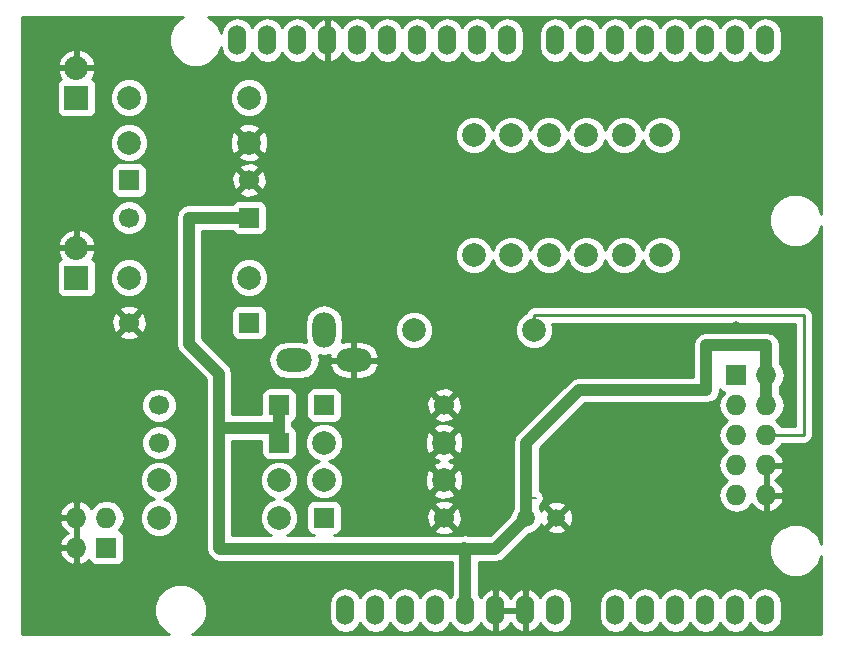
<source format=gbr>
G04 #@! TF.FileFunction,Copper,L1,Top,Signal*
%FSLAX46Y46*%
G04 Gerber Fmt 4.6, Leading zero omitted, Abs format (unit mm)*
G04 Created by KiCad (PCBNEW (after 2015-mar-04 BZR unknown)-product) date Fri 28 Oct 2016 11:36:00 AM CEST*
%MOMM*%
G01*
G04 APERTURE LIST*
%ADD10C,0.100000*%
%ADD11C,0.150000*%
%ADD12C,0.970000*%
%ADD13O,1.524000X2.540000*%
%ADD14R,1.727200X1.727200*%
%ADD15O,1.727200X1.727200*%
%ADD16R,2.032000X2.032000*%
%ADD17O,2.032000X2.032000*%
%ADD18C,1.501140*%
%ADD19C,1.699260*%
%ADD20R,1.699260X1.699260*%
%ADD21O,1.998980X2.999740*%
%ADD22O,2.999740X1.998980*%
%ADD23C,1.998980*%
%ADD24C,1.000000*%
%ADD25C,0.250000*%
%ADD26C,0.254000*%
G04 APERTURE END LIST*
D10*
D11*
X192039240Y-92915740D02*
X192539620Y-92915740D01*
X192039240Y-92915740D02*
X192039240Y-92415360D01*
X191538860Y-92915740D02*
X192039240Y-92915740D01*
X192039240Y-92915740D02*
X192039240Y-93314520D01*
X192039240Y-93314520D02*
X192039240Y-93416120D01*
D12*
X173736000Y-67818000D03*
X178816000Y-67818000D03*
X212090000Y-75946000D03*
X209550000Y-78486000D03*
X184785000Y-99187000D03*
X203200000Y-56769000D03*
X200406000Y-56769000D03*
X201676000Y-70739000D03*
X198374000Y-70612000D03*
X195326000Y-69215000D03*
X192151000Y-69215000D03*
X181254400Y-58089800D03*
X178739800Y-58089800D03*
X158394400Y-95300800D03*
X172720000Y-92710000D03*
X179070000Y-94615000D03*
X198374000Y-99695000D03*
X179070000Y-94615000D03*
X179070000Y-91440000D03*
X206375000Y-86360000D03*
X206375000Y-88900000D03*
D13*
X212001100Y-102463600D03*
X209461100Y-102463600D03*
X206921100Y-102463600D03*
X199301100Y-102463600D03*
X201841100Y-102463600D03*
X204381100Y-102463600D03*
X194221100Y-102463600D03*
X191681100Y-102463600D03*
X189141100Y-102463600D03*
X184061100Y-102463600D03*
X181521100Y-102463600D03*
X212001100Y-54203600D03*
X209461100Y-54203600D03*
X206921100Y-54203600D03*
X204381100Y-54203600D03*
X201841100Y-54203600D03*
X199301100Y-54203600D03*
X196761100Y-54203600D03*
X194221100Y-54203600D03*
X190157100Y-54203600D03*
X187617100Y-54203600D03*
X185077100Y-54203600D03*
X182537100Y-54203600D03*
X179997100Y-54203600D03*
X177457100Y-54203600D03*
X174917100Y-54203600D03*
X172377100Y-54203600D03*
X186601100Y-102463600D03*
X169837100Y-54203600D03*
X167297100Y-54203600D03*
X178981100Y-102463600D03*
X176441100Y-102463600D03*
D14*
X209550000Y-82550000D03*
D15*
X212090000Y-82550000D03*
X209550000Y-85090000D03*
X212090000Y-85090000D03*
X209550000Y-87630000D03*
X212090000Y-87630000D03*
X209550000Y-90170000D03*
X212090000Y-90170000D03*
X209550000Y-92710000D03*
X212090000Y-92710000D03*
D14*
X156210000Y-97155000D03*
D15*
X153670000Y-97155000D03*
X156210000Y-94615000D03*
X153670000Y-94615000D03*
D16*
X153670000Y-74295000D03*
D17*
X153670000Y-71755000D03*
D16*
X153670000Y-59055000D03*
D17*
X153670000Y-56515000D03*
D18*
X194310000Y-94615000D03*
X191770000Y-94615000D03*
D19*
X160655000Y-88265000D03*
D20*
X170815000Y-88265000D03*
D19*
X184785000Y-94615000D03*
D20*
X174625000Y-94615000D03*
D19*
X158115000Y-69215000D03*
D20*
X168275000Y-69215000D03*
D19*
X168275000Y-66040000D03*
D20*
X158115000Y-66040000D03*
D19*
X160655000Y-85090000D03*
D20*
X170815000Y-85090000D03*
D19*
X184785000Y-85090000D03*
D20*
X174625000Y-85090000D03*
D19*
X158115000Y-78105000D03*
D20*
X168275000Y-78105000D03*
D21*
X174625000Y-78740000D03*
D22*
X172085000Y-81280000D03*
X177165000Y-81280000D03*
D23*
X168275000Y-59055000D03*
X158115000Y-59055000D03*
X170815000Y-94615000D03*
X160655000Y-94615000D03*
X170815000Y-91440000D03*
X160655000Y-91440000D03*
X174625000Y-91440000D03*
X184785000Y-91440000D03*
X158115000Y-62865000D03*
X168275000Y-62865000D03*
X174625000Y-88265000D03*
X184785000Y-88265000D03*
X192405000Y-78740000D03*
X182245000Y-78740000D03*
X187325000Y-72390000D03*
X187325000Y-62230000D03*
X190500000Y-72390000D03*
X190500000Y-62230000D03*
X193675000Y-72390000D03*
X193675000Y-62230000D03*
X196850000Y-72390000D03*
X196850000Y-62230000D03*
X200025000Y-72390000D03*
X200025000Y-62230000D03*
X203200000Y-72390000D03*
X203200000Y-62230000D03*
X158115000Y-74295000D03*
X168275000Y-74295000D03*
D12*
X206375000Y-91440000D03*
D24*
X170815000Y-86995000D02*
X170815000Y-88265000D01*
X170815000Y-85090000D02*
X170815000Y-86995000D01*
X163322000Y-69215000D02*
X168275000Y-69215000D01*
X207010000Y-83820000D02*
X207010000Y-80010000D01*
X191770000Y-94615000D02*
X191770000Y-88265000D01*
X196215000Y-83820000D02*
X207010000Y-83820000D01*
X191770000Y-88265000D02*
X196215000Y-83820000D01*
X212090000Y-80010000D02*
X212090000Y-82550000D01*
X207010000Y-80010000D02*
X212090000Y-80010000D01*
X212090000Y-82550000D02*
X212090000Y-85090000D01*
X165735000Y-85090000D02*
X165735000Y-82423000D01*
X165735000Y-86868000D02*
X165735000Y-85090000D01*
X163195000Y-69215000D02*
X163322000Y-69215000D01*
X163195000Y-79883000D02*
X163195000Y-69215000D01*
X165735000Y-82423000D02*
X163195000Y-79883000D01*
D25*
X165735000Y-86868000D02*
X170688000Y-86868000D01*
D24*
X186690000Y-97243900D02*
X165823900Y-97243900D01*
X165735000Y-86995000D02*
X165735000Y-86868000D01*
X165735000Y-97155000D02*
X165735000Y-86995000D01*
X165823900Y-97243900D02*
X165735000Y-97155000D01*
X186601100Y-97243900D02*
X186690000Y-97243900D01*
X186690000Y-97243900D02*
X189141100Y-97243900D01*
X189141100Y-97243900D02*
X191770000Y-94615000D01*
X186601100Y-97243900D02*
X186512200Y-97155000D01*
X186601100Y-102463600D02*
X186601100Y-97243900D01*
X165735000Y-86995000D02*
X170815000Y-86995000D01*
D25*
X215265000Y-77470000D02*
X215265000Y-87630000D01*
X215265000Y-87630000D02*
X212090000Y-87630000D01*
X192405000Y-77470000D02*
X215265000Y-77470000D01*
X192405000Y-78740000D02*
X192405000Y-77470000D01*
D26*
G36*
X216739000Y-104471000D02*
X213398100Y-104471000D01*
X213398100Y-103008921D01*
X213398100Y-101918279D01*
X213291760Y-101383670D01*
X212988928Y-100930451D01*
X212535709Y-100627619D01*
X212001100Y-100521279D01*
X211466491Y-100627619D01*
X211013272Y-100930451D01*
X210731100Y-101352750D01*
X210448928Y-100930451D01*
X209995709Y-100627619D01*
X209461100Y-100521279D01*
X208926491Y-100627619D01*
X208473272Y-100930451D01*
X208191100Y-101352750D01*
X207908928Y-100930451D01*
X207455709Y-100627619D01*
X206921100Y-100521279D01*
X206386491Y-100627619D01*
X205933272Y-100930451D01*
X205651100Y-101352750D01*
X205368928Y-100930451D01*
X204915709Y-100627619D01*
X204381100Y-100521279D01*
X203846491Y-100627619D01*
X203393272Y-100930451D01*
X203111100Y-101352750D01*
X202828928Y-100930451D01*
X202375709Y-100627619D01*
X201841100Y-100521279D01*
X201306491Y-100627619D01*
X200853272Y-100930451D01*
X200571100Y-101352750D01*
X200288928Y-100930451D01*
X199835709Y-100627619D01*
X199301100Y-100521279D01*
X198766491Y-100627619D01*
X198313272Y-100930451D01*
X198010440Y-101383670D01*
X197904100Y-101918279D01*
X197904100Y-103008921D01*
X198010440Y-103543530D01*
X198313272Y-103996749D01*
X198766491Y-104299581D01*
X199301100Y-104405921D01*
X199835709Y-104299581D01*
X200288928Y-103996749D01*
X200571100Y-103574449D01*
X200853272Y-103996749D01*
X201306491Y-104299581D01*
X201841100Y-104405921D01*
X202375709Y-104299581D01*
X202828928Y-103996749D01*
X203111100Y-103574449D01*
X203393272Y-103996749D01*
X203846491Y-104299581D01*
X204381100Y-104405921D01*
X204915709Y-104299581D01*
X205368928Y-103996749D01*
X205651100Y-103574449D01*
X205933272Y-103996749D01*
X206386491Y-104299581D01*
X206921100Y-104405921D01*
X207455709Y-104299581D01*
X207908928Y-103996749D01*
X208191100Y-103574449D01*
X208473272Y-103996749D01*
X208926491Y-104299581D01*
X209461100Y-104405921D01*
X209995709Y-104299581D01*
X210448928Y-103996749D01*
X210731100Y-103574449D01*
X211013272Y-103996749D01*
X211466491Y-104299581D01*
X212001100Y-104405921D01*
X212535709Y-104299581D01*
X212988928Y-103996749D01*
X213291760Y-103543530D01*
X213398100Y-103008921D01*
X213398100Y-104471000D01*
X195707767Y-104471000D01*
X195707767Y-94819966D01*
X195679805Y-94269462D01*
X195522931Y-93890735D01*
X195281930Y-93822675D01*
X195102325Y-94002280D01*
X195102325Y-93643070D01*
X195034265Y-93402069D01*
X194514966Y-93217233D01*
X193964462Y-93245195D01*
X193585735Y-93402069D01*
X193517675Y-93643070D01*
X194310000Y-94435395D01*
X195102325Y-93643070D01*
X195102325Y-94002280D01*
X194489605Y-94615000D01*
X195281930Y-95407325D01*
X195522931Y-95339265D01*
X195707767Y-94819966D01*
X195707767Y-104471000D01*
X195618100Y-104471000D01*
X195618100Y-103008921D01*
X195618100Y-101918279D01*
X195511760Y-101383670D01*
X195208928Y-100930451D01*
X195102325Y-100859220D01*
X195102325Y-95586930D01*
X194310000Y-94794605D01*
X193517675Y-95586930D01*
X193585735Y-95827931D01*
X194105034Y-96012767D01*
X194655538Y-95984805D01*
X195034265Y-95827931D01*
X195102325Y-95586930D01*
X195102325Y-100859220D01*
X194755709Y-100627619D01*
X194221100Y-100521279D01*
X193686491Y-100627619D01*
X193233272Y-100930451D01*
X192941770Y-101366713D01*
X192923159Y-101303659D01*
X192579126Y-100877970D01*
X192098377Y-100616340D01*
X192024170Y-100601380D01*
X191808100Y-100723880D01*
X191808100Y-102336600D01*
X191828100Y-102336600D01*
X191828100Y-102590600D01*
X191808100Y-102590600D01*
X191808100Y-104203320D01*
X192024170Y-104325820D01*
X192098377Y-104310860D01*
X192579126Y-104049230D01*
X192923159Y-103623541D01*
X192941770Y-103560486D01*
X193233272Y-103996749D01*
X193686491Y-104299581D01*
X194221100Y-104405921D01*
X194755709Y-104299581D01*
X195208928Y-103996749D01*
X195511760Y-103543530D01*
X195618100Y-103008921D01*
X195618100Y-104471000D01*
X191554100Y-104471000D01*
X191554100Y-104203320D01*
X191554100Y-102590600D01*
X191554100Y-102336600D01*
X191554100Y-100723880D01*
X191338030Y-100601380D01*
X191263823Y-100616340D01*
X190783074Y-100877970D01*
X190439041Y-101303659D01*
X190411100Y-101398323D01*
X190383159Y-101303659D01*
X190039126Y-100877970D01*
X189558377Y-100616340D01*
X189484170Y-100601380D01*
X189268100Y-100723880D01*
X189268100Y-102336600D01*
X190284100Y-102336600D01*
X190538100Y-102336600D01*
X191554100Y-102336600D01*
X191554100Y-102590600D01*
X190538100Y-102590600D01*
X190284100Y-102590600D01*
X189268100Y-102590600D01*
X189268100Y-104203320D01*
X189484170Y-104325820D01*
X189558377Y-104310860D01*
X190039126Y-104049230D01*
X190383159Y-103623541D01*
X190411100Y-103528876D01*
X190439041Y-103623541D01*
X190783074Y-104049230D01*
X191263823Y-104310860D01*
X191338030Y-104325820D01*
X191554100Y-104203320D01*
X191554100Y-104471000D01*
X163432755Y-104471000D01*
X163728400Y-104348842D01*
X164354145Y-103724189D01*
X164693213Y-102907622D01*
X164693985Y-102023457D01*
X164356342Y-101206300D01*
X163731689Y-100580555D01*
X162915122Y-100241487D01*
X162289774Y-100240940D01*
X162289774Y-94291306D01*
X162041462Y-93690345D01*
X161582073Y-93230154D01*
X161093567Y-93027309D01*
X161579655Y-92826462D01*
X162039846Y-92367073D01*
X162289206Y-91766547D01*
X162289774Y-91116306D01*
X162139888Y-90753554D01*
X162139888Y-87970984D01*
X162139888Y-84795984D01*
X161914342Y-84250123D01*
X161497074Y-83832126D01*
X160951607Y-83605628D01*
X160360984Y-83605112D01*
X159815123Y-83830658D01*
X159749774Y-83895893D01*
X159749774Y-73971306D01*
X159749774Y-62541306D01*
X159749774Y-58731306D01*
X159501462Y-58130345D01*
X159042073Y-57670154D01*
X158441547Y-57420794D01*
X157791306Y-57420226D01*
X157190345Y-57668538D01*
X156730154Y-58127927D01*
X156480794Y-58728453D01*
X156480226Y-59378694D01*
X156728538Y-59979655D01*
X157187927Y-60439846D01*
X157788453Y-60689206D01*
X158438694Y-60689774D01*
X159039655Y-60441462D01*
X159499846Y-59982073D01*
X159749206Y-59381547D01*
X159749774Y-58731306D01*
X159749774Y-62541306D01*
X159501462Y-61940345D01*
X159042073Y-61480154D01*
X158441547Y-61230794D01*
X157791306Y-61230226D01*
X157190345Y-61478538D01*
X156730154Y-61937927D01*
X156480794Y-62538453D01*
X156480226Y-63188694D01*
X156728538Y-63789655D01*
X157187927Y-64249846D01*
X157788453Y-64499206D01*
X158438694Y-64499774D01*
X159039655Y-64251462D01*
X159499846Y-63792073D01*
X159749206Y-63191547D01*
X159749774Y-62541306D01*
X159749774Y-73971306D01*
X159612070Y-73638036D01*
X159612070Y-66889630D01*
X159612070Y-65190370D01*
X159565093Y-64948247D01*
X159425303Y-64735443D01*
X159214270Y-64592993D01*
X158964630Y-64542930D01*
X157265370Y-64542930D01*
X157023247Y-64589907D01*
X156810443Y-64729697D01*
X156667993Y-64940730D01*
X156617930Y-65190370D01*
X156617930Y-66889630D01*
X156664907Y-67131753D01*
X156804697Y-67344557D01*
X157015730Y-67487007D01*
X157265370Y-67537070D01*
X158964630Y-67537070D01*
X159206753Y-67490093D01*
X159419557Y-67350303D01*
X159562007Y-67139270D01*
X159612070Y-66889630D01*
X159612070Y-73638036D01*
X159599888Y-73608554D01*
X159599888Y-68920984D01*
X159374342Y-68375123D01*
X158957074Y-67957126D01*
X158411607Y-67730628D01*
X157820984Y-67730112D01*
X157275123Y-67955658D01*
X156857126Y-68372926D01*
X156630628Y-68918393D01*
X156630112Y-69509016D01*
X156855658Y-70054877D01*
X157272926Y-70472874D01*
X157818393Y-70699372D01*
X158409016Y-70699888D01*
X158954877Y-70474342D01*
X159372874Y-70057074D01*
X159599372Y-69511607D01*
X159599888Y-68920984D01*
X159599888Y-73608554D01*
X159501462Y-73370345D01*
X159042073Y-72910154D01*
X158441547Y-72660794D01*
X157791306Y-72660226D01*
X157190345Y-72908538D01*
X156730154Y-73367927D01*
X156480794Y-73968453D01*
X156480226Y-74618694D01*
X156728538Y-75219655D01*
X157187927Y-75679846D01*
X157788453Y-75929206D01*
X158438694Y-75929774D01*
X159039655Y-75681462D01*
X159499846Y-75222073D01*
X159749206Y-74621547D01*
X159749774Y-73971306D01*
X159749774Y-83895893D01*
X159611350Y-84034075D01*
X159611350Y-78333633D01*
X159584941Y-77743601D01*
X159409953Y-77321142D01*
X159158690Y-77240915D01*
X158979085Y-77420520D01*
X158979085Y-77061310D01*
X158898858Y-76810047D01*
X158343633Y-76608650D01*
X157753601Y-76635059D01*
X157331142Y-76810047D01*
X157250915Y-77061310D01*
X158115000Y-77925395D01*
X158979085Y-77061310D01*
X158979085Y-77420520D01*
X158294605Y-78105000D01*
X159158690Y-78969085D01*
X159409953Y-78888858D01*
X159611350Y-78333633D01*
X159611350Y-84034075D01*
X159397126Y-84247926D01*
X159170628Y-84793393D01*
X159170112Y-85384016D01*
X159395658Y-85929877D01*
X159812926Y-86347874D01*
X160358393Y-86574372D01*
X160949016Y-86574888D01*
X161494877Y-86349342D01*
X161912874Y-85932074D01*
X162139372Y-85386607D01*
X162139888Y-84795984D01*
X162139888Y-87970984D01*
X161914342Y-87425123D01*
X161497074Y-87007126D01*
X160951607Y-86780628D01*
X160360984Y-86780112D01*
X159815123Y-87005658D01*
X159397126Y-87422926D01*
X159170628Y-87968393D01*
X159170112Y-88559016D01*
X159395658Y-89104877D01*
X159812926Y-89522874D01*
X160358393Y-89749372D01*
X160949016Y-89749888D01*
X161494877Y-89524342D01*
X161912874Y-89107074D01*
X162139372Y-88561607D01*
X162139888Y-87970984D01*
X162139888Y-90753554D01*
X162041462Y-90515345D01*
X161582073Y-90055154D01*
X160981547Y-89805794D01*
X160331306Y-89805226D01*
X159730345Y-90053538D01*
X159270154Y-90512927D01*
X159020794Y-91113453D01*
X159020226Y-91763694D01*
X159268538Y-92364655D01*
X159727927Y-92824846D01*
X160216432Y-93027690D01*
X159730345Y-93228538D01*
X159270154Y-93687927D01*
X159020794Y-94288453D01*
X159020226Y-94938694D01*
X159268538Y-95539655D01*
X159727927Y-95999846D01*
X160328453Y-96249206D01*
X160978694Y-96249774D01*
X161579655Y-96001462D01*
X162039846Y-95542073D01*
X162289206Y-94941547D01*
X162289774Y-94291306D01*
X162289774Y-100240940D01*
X162030957Y-100240715D01*
X161213800Y-100578358D01*
X160588055Y-101203011D01*
X160248987Y-102019578D01*
X160248215Y-102903743D01*
X160585858Y-103720900D01*
X161210511Y-104346645D01*
X161509991Y-104471000D01*
X158979085Y-104471000D01*
X158979085Y-79148690D01*
X158115000Y-78284605D01*
X157935395Y-78464210D01*
X157935395Y-78105000D01*
X157071310Y-77240915D01*
X156820047Y-77321142D01*
X156618650Y-77876367D01*
X156645059Y-78466399D01*
X156820047Y-78888858D01*
X157071310Y-78969085D01*
X157935395Y-78105000D01*
X157935395Y-78464210D01*
X157250915Y-79148690D01*
X157331142Y-79399953D01*
X157886367Y-79601350D01*
X158476399Y-79574941D01*
X158898858Y-79399953D01*
X158979085Y-79148690D01*
X158979085Y-104471000D01*
X157737959Y-104471000D01*
X157737959Y-94615000D01*
X157623885Y-94041511D01*
X157299029Y-93555330D01*
X156812848Y-93230474D01*
X156239359Y-93116400D01*
X156180641Y-93116400D01*
X155607152Y-93230474D01*
X155333440Y-93413362D01*
X155333440Y-75311000D01*
X155333440Y-73279000D01*
X155333440Y-60071000D01*
X155333440Y-58039000D01*
X155286463Y-57796877D01*
X155146673Y-57584073D01*
X154986956Y-57476262D01*
X155076385Y-57379818D01*
X155275975Y-56897944D01*
X155275975Y-56132056D01*
X155076385Y-55650182D01*
X154638379Y-55177812D01*
X154052946Y-54909017D01*
X153797000Y-55027633D01*
X153797000Y-56388000D01*
X155156836Y-56388000D01*
X155275975Y-56132056D01*
X155275975Y-56897944D01*
X155156836Y-56642000D01*
X153797000Y-56642000D01*
X153797000Y-56662000D01*
X153543000Y-56662000D01*
X153543000Y-56642000D01*
X153543000Y-56388000D01*
X153543000Y-55027633D01*
X153287054Y-54909017D01*
X152701621Y-55177812D01*
X152263615Y-55650182D01*
X152064025Y-56132056D01*
X152183164Y-56388000D01*
X153543000Y-56388000D01*
X153543000Y-56642000D01*
X152183164Y-56642000D01*
X152064025Y-56897944D01*
X152263615Y-57379818D01*
X152353574Y-57476835D01*
X152199073Y-57578327D01*
X152056623Y-57789360D01*
X152006560Y-58039000D01*
X152006560Y-60071000D01*
X152053537Y-60313123D01*
X152193327Y-60525927D01*
X152404360Y-60668377D01*
X152654000Y-60718440D01*
X154686000Y-60718440D01*
X154928123Y-60671463D01*
X155140927Y-60531673D01*
X155283377Y-60320640D01*
X155333440Y-60071000D01*
X155333440Y-73279000D01*
X155286463Y-73036877D01*
X155146673Y-72824073D01*
X154986956Y-72716262D01*
X155076385Y-72619818D01*
X155275975Y-72137944D01*
X155275975Y-71372056D01*
X155076385Y-70890182D01*
X154638379Y-70417812D01*
X154052946Y-70149017D01*
X153797000Y-70267633D01*
X153797000Y-71628000D01*
X155156836Y-71628000D01*
X155275975Y-71372056D01*
X155275975Y-72137944D01*
X155156836Y-71882000D01*
X153797000Y-71882000D01*
X153797000Y-71902000D01*
X153543000Y-71902000D01*
X153543000Y-71882000D01*
X153543000Y-71628000D01*
X153543000Y-70267633D01*
X153287054Y-70149017D01*
X152701621Y-70417812D01*
X152263615Y-70890182D01*
X152064025Y-71372056D01*
X152183164Y-71628000D01*
X153543000Y-71628000D01*
X153543000Y-71882000D01*
X152183164Y-71882000D01*
X152064025Y-72137944D01*
X152263615Y-72619818D01*
X152353574Y-72716835D01*
X152199073Y-72818327D01*
X152056623Y-73029360D01*
X152006560Y-73279000D01*
X152006560Y-75311000D01*
X152053537Y-75553123D01*
X152193327Y-75765927D01*
X152404360Y-75908377D01*
X152654000Y-75958440D01*
X154686000Y-75958440D01*
X154928123Y-75911463D01*
X155140927Y-75771673D01*
X155283377Y-75560640D01*
X155333440Y-75311000D01*
X155333440Y-93413362D01*
X155120971Y-93555330D01*
X154940007Y-93826160D01*
X154558490Y-93408179D01*
X154029027Y-93160032D01*
X153797000Y-93280531D01*
X153797000Y-94488000D01*
X153817000Y-94488000D01*
X153817000Y-94742000D01*
X153797000Y-94742000D01*
X153797000Y-95820531D01*
X153797000Y-95949469D01*
X153797000Y-97028000D01*
X153817000Y-97028000D01*
X153817000Y-97282000D01*
X153797000Y-97282000D01*
X153797000Y-98489469D01*
X154029027Y-98609968D01*
X154558490Y-98361821D01*
X154729253Y-98174736D01*
X154745937Y-98260723D01*
X154885727Y-98473527D01*
X155096760Y-98615977D01*
X155346400Y-98666040D01*
X157073600Y-98666040D01*
X157315723Y-98619063D01*
X157528527Y-98479273D01*
X157670977Y-98268240D01*
X157721040Y-98018600D01*
X157721040Y-96291400D01*
X157674063Y-96049277D01*
X157534273Y-95836473D01*
X157323240Y-95694023D01*
X157282340Y-95685820D01*
X157299029Y-95674670D01*
X157623885Y-95188489D01*
X157737959Y-94615000D01*
X157737959Y-104471000D01*
X153543000Y-104471000D01*
X153543000Y-98489469D01*
X153543000Y-97282000D01*
X153543000Y-97028000D01*
X153543000Y-95949469D01*
X153543000Y-95820531D01*
X153543000Y-94742000D01*
X153543000Y-94488000D01*
X153543000Y-93280531D01*
X153310973Y-93160032D01*
X152781510Y-93408179D01*
X152387312Y-93840053D01*
X152215042Y-94255974D01*
X152336183Y-94488000D01*
X153543000Y-94488000D01*
X153543000Y-94742000D01*
X152336183Y-94742000D01*
X152215042Y-94974026D01*
X152387312Y-95389947D01*
X152781510Y-95821821D01*
X152916312Y-95885000D01*
X152781510Y-95948179D01*
X152387312Y-96380053D01*
X152215042Y-96795974D01*
X152336183Y-97028000D01*
X153543000Y-97028000D01*
X153543000Y-97282000D01*
X152336183Y-97282000D01*
X152215042Y-97514026D01*
X152387312Y-97929947D01*
X152781510Y-98361821D01*
X153310973Y-98609968D01*
X153543000Y-98489469D01*
X153543000Y-104471000D01*
X149021000Y-104471000D01*
X149021000Y-52247000D01*
X162656499Y-52247000D01*
X162483800Y-52318358D01*
X161858055Y-52943011D01*
X161518987Y-53759578D01*
X161518215Y-54643743D01*
X161855858Y-55460900D01*
X162480511Y-56086645D01*
X163297078Y-56425713D01*
X164181243Y-56426485D01*
X164998400Y-56088842D01*
X165624145Y-55464189D01*
X165906917Y-54783196D01*
X166006440Y-55283530D01*
X166309272Y-55736749D01*
X166762491Y-56039581D01*
X167297100Y-56145921D01*
X167831709Y-56039581D01*
X168284928Y-55736749D01*
X168567100Y-55314449D01*
X168849272Y-55736749D01*
X169302491Y-56039581D01*
X169837100Y-56145921D01*
X170371709Y-56039581D01*
X170824928Y-55736749D01*
X171107100Y-55314449D01*
X171389272Y-55736749D01*
X171842491Y-56039581D01*
X172377100Y-56145921D01*
X172911709Y-56039581D01*
X173364928Y-55736749D01*
X173656429Y-55300486D01*
X173675041Y-55363541D01*
X174019074Y-55789230D01*
X174499823Y-56050860D01*
X174574030Y-56065820D01*
X174790100Y-55943320D01*
X174790100Y-54330600D01*
X174770100Y-54330600D01*
X174770100Y-54076600D01*
X174790100Y-54076600D01*
X174790100Y-52463880D01*
X174574030Y-52341380D01*
X174499823Y-52356340D01*
X174019074Y-52617970D01*
X173675041Y-53043659D01*
X173656429Y-53106713D01*
X173364928Y-52670451D01*
X172911709Y-52367619D01*
X172377100Y-52261279D01*
X171842491Y-52367619D01*
X171389272Y-52670451D01*
X171107100Y-53092750D01*
X170824928Y-52670451D01*
X170371709Y-52367619D01*
X169837100Y-52261279D01*
X169302491Y-52367619D01*
X168849272Y-52670451D01*
X168567100Y-53092750D01*
X168284928Y-52670451D01*
X167831709Y-52367619D01*
X167297100Y-52261279D01*
X166762491Y-52367619D01*
X166309272Y-52670451D01*
X166006440Y-53123670D01*
X165906737Y-53624908D01*
X165626342Y-52946300D01*
X165001689Y-52320555D01*
X164824548Y-52247000D01*
X216739000Y-52247000D01*
X216739000Y-68942988D01*
X216426342Y-68186300D01*
X215801689Y-67560555D01*
X214985122Y-67221487D01*
X214100957Y-67220715D01*
X213398100Y-67511130D01*
X213398100Y-54748921D01*
X213398100Y-53658279D01*
X213291760Y-53123670D01*
X212988928Y-52670451D01*
X212535709Y-52367619D01*
X212001100Y-52261279D01*
X211466491Y-52367619D01*
X211013272Y-52670451D01*
X210731100Y-53092750D01*
X210448928Y-52670451D01*
X209995709Y-52367619D01*
X209461100Y-52261279D01*
X208926491Y-52367619D01*
X208473272Y-52670451D01*
X208191100Y-53092750D01*
X207908928Y-52670451D01*
X207455709Y-52367619D01*
X206921100Y-52261279D01*
X206386491Y-52367619D01*
X205933272Y-52670451D01*
X205651100Y-53092750D01*
X205368928Y-52670451D01*
X204915709Y-52367619D01*
X204381100Y-52261279D01*
X203846491Y-52367619D01*
X203393272Y-52670451D01*
X203111100Y-53092750D01*
X202828928Y-52670451D01*
X202375709Y-52367619D01*
X201841100Y-52261279D01*
X201306491Y-52367619D01*
X200853272Y-52670451D01*
X200571100Y-53092750D01*
X200288928Y-52670451D01*
X199835709Y-52367619D01*
X199301100Y-52261279D01*
X198766491Y-52367619D01*
X198313272Y-52670451D01*
X198031100Y-53092750D01*
X197748928Y-52670451D01*
X197295709Y-52367619D01*
X196761100Y-52261279D01*
X196226491Y-52367619D01*
X195773272Y-52670451D01*
X195491100Y-53092750D01*
X195208928Y-52670451D01*
X194755709Y-52367619D01*
X194221100Y-52261279D01*
X193686491Y-52367619D01*
X193233272Y-52670451D01*
X192930440Y-53123670D01*
X192824100Y-53658279D01*
X192824100Y-54748921D01*
X192930440Y-55283530D01*
X193233272Y-55736749D01*
X193686491Y-56039581D01*
X194221100Y-56145921D01*
X194755709Y-56039581D01*
X195208928Y-55736749D01*
X195491100Y-55314449D01*
X195773272Y-55736749D01*
X196226491Y-56039581D01*
X196761100Y-56145921D01*
X197295709Y-56039581D01*
X197748928Y-55736749D01*
X198031100Y-55314449D01*
X198313272Y-55736749D01*
X198766491Y-56039581D01*
X199301100Y-56145921D01*
X199835709Y-56039581D01*
X200288928Y-55736749D01*
X200571100Y-55314449D01*
X200853272Y-55736749D01*
X201306491Y-56039581D01*
X201841100Y-56145921D01*
X202375709Y-56039581D01*
X202828928Y-55736749D01*
X203111100Y-55314449D01*
X203393272Y-55736749D01*
X203846491Y-56039581D01*
X204381100Y-56145921D01*
X204915709Y-56039581D01*
X205368928Y-55736749D01*
X205651100Y-55314449D01*
X205933272Y-55736749D01*
X206386491Y-56039581D01*
X206921100Y-56145921D01*
X207455709Y-56039581D01*
X207908928Y-55736749D01*
X208191100Y-55314449D01*
X208473272Y-55736749D01*
X208926491Y-56039581D01*
X209461100Y-56145921D01*
X209995709Y-56039581D01*
X210448928Y-55736749D01*
X210731100Y-55314449D01*
X211013272Y-55736749D01*
X211466491Y-56039581D01*
X212001100Y-56145921D01*
X212535709Y-56039581D01*
X212988928Y-55736749D01*
X213291760Y-55283530D01*
X213398100Y-54748921D01*
X213398100Y-67511130D01*
X213283800Y-67558358D01*
X212658055Y-68183011D01*
X212318987Y-68999578D01*
X212318215Y-69883743D01*
X212655858Y-70700900D01*
X213280511Y-71326645D01*
X214097078Y-71665713D01*
X214981243Y-71666485D01*
X215798400Y-71328842D01*
X216424145Y-70704189D01*
X216739000Y-69945933D01*
X216739000Y-96882988D01*
X216426342Y-96126300D01*
X216025000Y-95724256D01*
X216025000Y-87630000D01*
X216025000Y-77470000D01*
X215967148Y-77179161D01*
X215802401Y-76932599D01*
X215555839Y-76767852D01*
X215265000Y-76710000D01*
X204834774Y-76710000D01*
X204834774Y-72066306D01*
X204834774Y-61906306D01*
X204586462Y-61305345D01*
X204127073Y-60845154D01*
X203526547Y-60595794D01*
X202876306Y-60595226D01*
X202275345Y-60843538D01*
X201815154Y-61302927D01*
X201612309Y-61791432D01*
X201411462Y-61305345D01*
X200952073Y-60845154D01*
X200351547Y-60595794D01*
X199701306Y-60595226D01*
X199100345Y-60843538D01*
X198640154Y-61302927D01*
X198437309Y-61791432D01*
X198236462Y-61305345D01*
X197777073Y-60845154D01*
X197176547Y-60595794D01*
X196526306Y-60595226D01*
X195925345Y-60843538D01*
X195465154Y-61302927D01*
X195262309Y-61791432D01*
X195061462Y-61305345D01*
X194602073Y-60845154D01*
X194001547Y-60595794D01*
X193351306Y-60595226D01*
X192750345Y-60843538D01*
X192290154Y-61302927D01*
X192087309Y-61791432D01*
X191886462Y-61305345D01*
X191554100Y-60972402D01*
X191554100Y-54748921D01*
X191554100Y-53658279D01*
X191447760Y-53123670D01*
X191144928Y-52670451D01*
X190691709Y-52367619D01*
X190157100Y-52261279D01*
X189622491Y-52367619D01*
X189169272Y-52670451D01*
X188887100Y-53092750D01*
X188604928Y-52670451D01*
X188151709Y-52367619D01*
X187617100Y-52261279D01*
X187082491Y-52367619D01*
X186629272Y-52670451D01*
X186347100Y-53092750D01*
X186064928Y-52670451D01*
X185611709Y-52367619D01*
X185077100Y-52261279D01*
X184542491Y-52367619D01*
X184089272Y-52670451D01*
X183807100Y-53092750D01*
X183524928Y-52670451D01*
X183071709Y-52367619D01*
X182537100Y-52261279D01*
X182002491Y-52367619D01*
X181549272Y-52670451D01*
X181267100Y-53092750D01*
X180984928Y-52670451D01*
X180531709Y-52367619D01*
X179997100Y-52261279D01*
X179462491Y-52367619D01*
X179009272Y-52670451D01*
X178727100Y-53092750D01*
X178444928Y-52670451D01*
X177991709Y-52367619D01*
X177457100Y-52261279D01*
X176922491Y-52367619D01*
X176469272Y-52670451D01*
X176177770Y-53106713D01*
X176159159Y-53043659D01*
X175815126Y-52617970D01*
X175334377Y-52356340D01*
X175260170Y-52341380D01*
X175044100Y-52463880D01*
X175044100Y-54076600D01*
X175064100Y-54076600D01*
X175064100Y-54330600D01*
X175044100Y-54330600D01*
X175044100Y-55943320D01*
X175260170Y-56065820D01*
X175334377Y-56050860D01*
X175815126Y-55789230D01*
X176159159Y-55363541D01*
X176177770Y-55300486D01*
X176469272Y-55736749D01*
X176922491Y-56039581D01*
X177457100Y-56145921D01*
X177991709Y-56039581D01*
X178444928Y-55736749D01*
X178727100Y-55314449D01*
X179009272Y-55736749D01*
X179462491Y-56039581D01*
X179997100Y-56145921D01*
X180531709Y-56039581D01*
X180984928Y-55736749D01*
X181267100Y-55314449D01*
X181549272Y-55736749D01*
X182002491Y-56039581D01*
X182537100Y-56145921D01*
X183071709Y-56039581D01*
X183524928Y-55736749D01*
X183807100Y-55314449D01*
X184089272Y-55736749D01*
X184542491Y-56039581D01*
X185077100Y-56145921D01*
X185611709Y-56039581D01*
X186064928Y-55736749D01*
X186347100Y-55314449D01*
X186629272Y-55736749D01*
X187082491Y-56039581D01*
X187617100Y-56145921D01*
X188151709Y-56039581D01*
X188604928Y-55736749D01*
X188887100Y-55314449D01*
X189169272Y-55736749D01*
X189622491Y-56039581D01*
X190157100Y-56145921D01*
X190691709Y-56039581D01*
X191144928Y-55736749D01*
X191447760Y-55283530D01*
X191554100Y-54748921D01*
X191554100Y-60972402D01*
X191427073Y-60845154D01*
X190826547Y-60595794D01*
X190176306Y-60595226D01*
X189575345Y-60843538D01*
X189115154Y-61302927D01*
X188912309Y-61791432D01*
X188711462Y-61305345D01*
X188252073Y-60845154D01*
X187651547Y-60595794D01*
X187001306Y-60595226D01*
X186400345Y-60843538D01*
X185940154Y-61302927D01*
X185690794Y-61903453D01*
X185690226Y-62553694D01*
X185938538Y-63154655D01*
X186397927Y-63614846D01*
X186998453Y-63864206D01*
X187648694Y-63864774D01*
X188249655Y-63616462D01*
X188709846Y-63157073D01*
X188912690Y-62668567D01*
X189113538Y-63154655D01*
X189572927Y-63614846D01*
X190173453Y-63864206D01*
X190823694Y-63864774D01*
X191424655Y-63616462D01*
X191884846Y-63157073D01*
X192087690Y-62668567D01*
X192288538Y-63154655D01*
X192747927Y-63614846D01*
X193348453Y-63864206D01*
X193998694Y-63864774D01*
X194599655Y-63616462D01*
X195059846Y-63157073D01*
X195262690Y-62668567D01*
X195463538Y-63154655D01*
X195922927Y-63614846D01*
X196523453Y-63864206D01*
X197173694Y-63864774D01*
X197774655Y-63616462D01*
X198234846Y-63157073D01*
X198437690Y-62668567D01*
X198638538Y-63154655D01*
X199097927Y-63614846D01*
X199698453Y-63864206D01*
X200348694Y-63864774D01*
X200949655Y-63616462D01*
X201409846Y-63157073D01*
X201612690Y-62668567D01*
X201813538Y-63154655D01*
X202272927Y-63614846D01*
X202873453Y-63864206D01*
X203523694Y-63864774D01*
X204124655Y-63616462D01*
X204584846Y-63157073D01*
X204834206Y-62556547D01*
X204834774Y-61906306D01*
X204834774Y-72066306D01*
X204586462Y-71465345D01*
X204127073Y-71005154D01*
X203526547Y-70755794D01*
X202876306Y-70755226D01*
X202275345Y-71003538D01*
X201815154Y-71462927D01*
X201612309Y-71951432D01*
X201411462Y-71465345D01*
X200952073Y-71005154D01*
X200351547Y-70755794D01*
X199701306Y-70755226D01*
X199100345Y-71003538D01*
X198640154Y-71462927D01*
X198437309Y-71951432D01*
X198236462Y-71465345D01*
X197777073Y-71005154D01*
X197176547Y-70755794D01*
X196526306Y-70755226D01*
X195925345Y-71003538D01*
X195465154Y-71462927D01*
X195262309Y-71951432D01*
X195061462Y-71465345D01*
X194602073Y-71005154D01*
X194001547Y-70755794D01*
X193351306Y-70755226D01*
X192750345Y-71003538D01*
X192290154Y-71462927D01*
X192087309Y-71951432D01*
X191886462Y-71465345D01*
X191427073Y-71005154D01*
X190826547Y-70755794D01*
X190176306Y-70755226D01*
X189575345Y-71003538D01*
X189115154Y-71462927D01*
X188912309Y-71951432D01*
X188711462Y-71465345D01*
X188252073Y-71005154D01*
X187651547Y-70755794D01*
X187001306Y-70755226D01*
X186400345Y-71003538D01*
X185940154Y-71462927D01*
X185690794Y-72063453D01*
X185690226Y-72713694D01*
X185938538Y-73314655D01*
X186397927Y-73774846D01*
X186998453Y-74024206D01*
X187648694Y-74024774D01*
X188249655Y-73776462D01*
X188709846Y-73317073D01*
X188912690Y-72828567D01*
X189113538Y-73314655D01*
X189572927Y-73774846D01*
X190173453Y-74024206D01*
X190823694Y-74024774D01*
X191424655Y-73776462D01*
X191884846Y-73317073D01*
X192087690Y-72828567D01*
X192288538Y-73314655D01*
X192747927Y-73774846D01*
X193348453Y-74024206D01*
X193998694Y-74024774D01*
X194599655Y-73776462D01*
X195059846Y-73317073D01*
X195262690Y-72828567D01*
X195463538Y-73314655D01*
X195922927Y-73774846D01*
X196523453Y-74024206D01*
X197173694Y-74024774D01*
X197774655Y-73776462D01*
X198234846Y-73317073D01*
X198437690Y-72828567D01*
X198638538Y-73314655D01*
X199097927Y-73774846D01*
X199698453Y-74024206D01*
X200348694Y-74024774D01*
X200949655Y-73776462D01*
X201409846Y-73317073D01*
X201612690Y-72828567D01*
X201813538Y-73314655D01*
X202272927Y-73774846D01*
X202873453Y-74024206D01*
X203523694Y-74024774D01*
X204124655Y-73776462D01*
X204584846Y-73317073D01*
X204834206Y-72716547D01*
X204834774Y-72066306D01*
X204834774Y-76710000D01*
X192405000Y-76710000D01*
X192114161Y-76767852D01*
X191867599Y-76932599D01*
X191702852Y-77179161D01*
X191684985Y-77268982D01*
X191480345Y-77353538D01*
X191020154Y-77812927D01*
X190770794Y-78413453D01*
X190770226Y-79063694D01*
X191018538Y-79664655D01*
X191477927Y-80124846D01*
X192078453Y-80374206D01*
X192728694Y-80374774D01*
X193329655Y-80126462D01*
X193789846Y-79667073D01*
X194039206Y-79066547D01*
X194039774Y-78416306D01*
X193962793Y-78230000D01*
X214505000Y-78230000D01*
X214505000Y-86870000D01*
X213379262Y-86870000D01*
X213179029Y-86570330D01*
X212864248Y-86360000D01*
X213179029Y-86149670D01*
X213503885Y-85663489D01*
X213617959Y-85090000D01*
X213503885Y-84516511D01*
X213225000Y-84099130D01*
X213225000Y-83540869D01*
X213503885Y-83123489D01*
X213617959Y-82550000D01*
X213503885Y-81976511D01*
X213225000Y-81559130D01*
X213225000Y-80010000D01*
X213138603Y-79575654D01*
X212892566Y-79207434D01*
X212524346Y-78961397D01*
X212090000Y-78875000D01*
X207010000Y-78875000D01*
X206575654Y-78961397D01*
X206207434Y-79207434D01*
X205961397Y-79575654D01*
X205875000Y-80010000D01*
X205875000Y-82685000D01*
X196215000Y-82685000D01*
X195780654Y-82771397D01*
X195412434Y-83017434D01*
X190967434Y-87462434D01*
X190721397Y-87830654D01*
X190635000Y-88265000D01*
X190635000Y-93790236D01*
X190596056Y-93829113D01*
X190384671Y-94338184D01*
X190384621Y-94395246D01*
X188670967Y-96108900D01*
X186950291Y-96108900D01*
X186946545Y-96106397D01*
X186512200Y-96020000D01*
X186430401Y-96036270D01*
X186430401Y-91704418D01*
X186430401Y-88529418D01*
X186406341Y-87879623D01*
X186281350Y-87577866D01*
X186281350Y-85318633D01*
X186254941Y-84728601D01*
X186079953Y-84306142D01*
X185828690Y-84225915D01*
X185649085Y-84405520D01*
X185649085Y-84046310D01*
X185568858Y-83795047D01*
X185013633Y-83593650D01*
X184423601Y-83620059D01*
X184001142Y-83795047D01*
X183920915Y-84046310D01*
X184785000Y-84910395D01*
X185649085Y-84046310D01*
X185649085Y-84405520D01*
X184964605Y-85090000D01*
X185828690Y-85954085D01*
X186079953Y-85873858D01*
X186281350Y-85318633D01*
X186281350Y-87577866D01*
X186203965Y-87391042D01*
X185937163Y-87292443D01*
X185757557Y-87472048D01*
X185757557Y-87112837D01*
X185658958Y-86846035D01*
X185649085Y-86842367D01*
X185649085Y-86133690D01*
X184785000Y-85269605D01*
X184605395Y-85449210D01*
X184605395Y-85090000D01*
X183879774Y-84364379D01*
X183879774Y-78416306D01*
X183631462Y-77815345D01*
X183172073Y-77355154D01*
X182571547Y-77105794D01*
X181921306Y-77105226D01*
X181320345Y-77353538D01*
X180860154Y-77812927D01*
X180610794Y-78413453D01*
X180610226Y-79063694D01*
X180858538Y-79664655D01*
X181317927Y-80124846D01*
X181918453Y-80374206D01*
X182568694Y-80374774D01*
X183169655Y-80126462D01*
X183629846Y-79667073D01*
X183879206Y-79066547D01*
X183879774Y-78416306D01*
X183879774Y-84364379D01*
X183741310Y-84225915D01*
X183490047Y-84306142D01*
X183288650Y-84861367D01*
X183315059Y-85451399D01*
X183490047Y-85873858D01*
X183741310Y-85954085D01*
X184605395Y-85090000D01*
X184605395Y-85449210D01*
X183920915Y-86133690D01*
X184001142Y-86384953D01*
X184556367Y-86586350D01*
X185146399Y-86559941D01*
X185568858Y-86384953D01*
X185649085Y-86133690D01*
X185649085Y-86842367D01*
X185049418Y-86619599D01*
X184399623Y-86643659D01*
X183911042Y-86846035D01*
X183812443Y-87112837D01*
X184785000Y-88085395D01*
X185757557Y-87112837D01*
X185757557Y-87472048D01*
X184964605Y-88265000D01*
X185937163Y-89237557D01*
X186203965Y-89138958D01*
X186430401Y-88529418D01*
X186430401Y-91704418D01*
X186406341Y-91054623D01*
X186203965Y-90566042D01*
X185937163Y-90467443D01*
X185757557Y-90647048D01*
X185757557Y-90287837D01*
X185658958Y-90021035D01*
X185229951Y-89861664D01*
X185658958Y-89683965D01*
X185757557Y-89417163D01*
X184785000Y-88444605D01*
X184605395Y-88624210D01*
X184605395Y-88265000D01*
X183632837Y-87292443D01*
X183366035Y-87391042D01*
X183139599Y-88000582D01*
X183163659Y-88650377D01*
X183366035Y-89138958D01*
X183632837Y-89237557D01*
X184605395Y-88265000D01*
X184605395Y-88624210D01*
X183812443Y-89417163D01*
X183911042Y-89683965D01*
X184340048Y-89843335D01*
X183911042Y-90021035D01*
X183812443Y-90287837D01*
X184785000Y-91260395D01*
X185757557Y-90287837D01*
X185757557Y-90647048D01*
X184964605Y-91440000D01*
X185937163Y-92412557D01*
X186203965Y-92313958D01*
X186430401Y-91704418D01*
X186430401Y-96036270D01*
X186281350Y-96065919D01*
X186281350Y-94843633D01*
X186254941Y-94253601D01*
X186079953Y-93831142D01*
X185828690Y-93750915D01*
X185757557Y-93822048D01*
X185757557Y-92592163D01*
X184785000Y-91619605D01*
X184605395Y-91799210D01*
X184605395Y-91440000D01*
X183632837Y-90467443D01*
X183366035Y-90566042D01*
X183139599Y-91175582D01*
X183163659Y-91825377D01*
X183366035Y-92313958D01*
X183632837Y-92412557D01*
X184605395Y-91440000D01*
X184605395Y-91799210D01*
X183812443Y-92592163D01*
X183911042Y-92858965D01*
X184520582Y-93085401D01*
X185170377Y-93061341D01*
X185658958Y-92858965D01*
X185757557Y-92592163D01*
X185757557Y-93822048D01*
X185649085Y-93930520D01*
X185649085Y-93571310D01*
X185568858Y-93320047D01*
X185013633Y-93118650D01*
X184423601Y-93145059D01*
X184001142Y-93320047D01*
X183920915Y-93571310D01*
X184785000Y-94435395D01*
X185649085Y-93571310D01*
X185649085Y-93930520D01*
X184964605Y-94615000D01*
X185828690Y-95479085D01*
X186079953Y-95398858D01*
X186281350Y-94843633D01*
X186281350Y-96065919D01*
X186077855Y-96106397D01*
X186074108Y-96108900D01*
X184611105Y-96108900D01*
X185146399Y-96084941D01*
X185568858Y-95909953D01*
X185649085Y-95658690D01*
X184785000Y-94794605D01*
X184605395Y-94974210D01*
X184605395Y-94615000D01*
X183741310Y-93750915D01*
X183490047Y-93831142D01*
X183288650Y-94386367D01*
X183315059Y-94976399D01*
X183490047Y-95398858D01*
X183741310Y-95479085D01*
X184605395Y-94615000D01*
X184605395Y-94974210D01*
X183920915Y-95658690D01*
X184001142Y-95909953D01*
X184549612Y-96108900D01*
X179254999Y-96108900D01*
X179254999Y-81660354D01*
X179254999Y-80899646D01*
X179224053Y-80771841D01*
X178910942Y-80214044D01*
X178408205Y-79818529D01*
X177792380Y-79645510D01*
X177292000Y-79645510D01*
X177292000Y-81153000D01*
X179135645Y-81153000D01*
X179254999Y-80899646D01*
X179254999Y-81660354D01*
X179135645Y-81407000D01*
X177292000Y-81407000D01*
X177292000Y-82914490D01*
X177792380Y-82914490D01*
X178408205Y-82741471D01*
X178910942Y-82345956D01*
X179224053Y-81788159D01*
X179254999Y-81660354D01*
X179254999Y-96108900D01*
X177038000Y-96108900D01*
X177038000Y-82914490D01*
X177038000Y-81407000D01*
X177038000Y-81153000D01*
X177038000Y-79645510D01*
X176537620Y-79645510D01*
X176166483Y-79749782D01*
X176259490Y-79282205D01*
X176259490Y-78197795D01*
X176135072Y-77572303D01*
X175780759Y-77042036D01*
X175250492Y-76687723D01*
X174625000Y-76563305D01*
X173999508Y-76687723D01*
X173469241Y-77042036D01*
X173114928Y-77572303D01*
X172990510Y-78197795D01*
X172990510Y-79282205D01*
X173080719Y-79735719D01*
X172627205Y-79645510D01*
X171542795Y-79645510D01*
X170917303Y-79769928D01*
X170387036Y-80124241D01*
X170032723Y-80654508D01*
X169920401Y-81219189D01*
X169920401Y-63129418D01*
X169909774Y-62842411D01*
X169909774Y-58731306D01*
X169661462Y-58130345D01*
X169202073Y-57670154D01*
X168601547Y-57420794D01*
X167951306Y-57420226D01*
X167350345Y-57668538D01*
X166890154Y-58127927D01*
X166640794Y-58728453D01*
X166640226Y-59378694D01*
X166888538Y-59979655D01*
X167347927Y-60439846D01*
X167948453Y-60689206D01*
X168598694Y-60689774D01*
X169199655Y-60441462D01*
X169659846Y-59982073D01*
X169909206Y-59381547D01*
X169909774Y-58731306D01*
X169909774Y-62842411D01*
X169896341Y-62479623D01*
X169693965Y-61991042D01*
X169427163Y-61892443D01*
X169247557Y-62072048D01*
X169247557Y-61712837D01*
X169148958Y-61446035D01*
X168539418Y-61219599D01*
X167889623Y-61243659D01*
X167401042Y-61446035D01*
X167302443Y-61712837D01*
X168275000Y-62685395D01*
X169247557Y-61712837D01*
X169247557Y-62072048D01*
X168454605Y-62865000D01*
X169427163Y-63837557D01*
X169693965Y-63738958D01*
X169920401Y-63129418D01*
X169920401Y-81219189D01*
X169909774Y-81272614D01*
X169909774Y-73971306D01*
X169661462Y-73370345D01*
X169202073Y-72910154D01*
X168601547Y-72660794D01*
X167951306Y-72660226D01*
X167350345Y-72908538D01*
X166890154Y-73367927D01*
X166640794Y-73968453D01*
X166640226Y-74618694D01*
X166888538Y-75219655D01*
X167347927Y-75679846D01*
X167948453Y-75929206D01*
X168598694Y-75929774D01*
X169199655Y-75681462D01*
X169659846Y-75222073D01*
X169909206Y-74621547D01*
X169909774Y-73971306D01*
X169909774Y-81272614D01*
X169908305Y-81280000D01*
X170032723Y-81905492D01*
X170387036Y-82435759D01*
X170917303Y-82790072D01*
X171542795Y-82914490D01*
X172627205Y-82914490D01*
X173252697Y-82790072D01*
X173782964Y-82435759D01*
X174137277Y-81905492D01*
X174261695Y-81280000D01*
X174171485Y-80826485D01*
X174625000Y-80916695D01*
X175093434Y-80823517D01*
X175075001Y-80899646D01*
X175194355Y-81153000D01*
X177038000Y-81153000D01*
X177038000Y-81407000D01*
X175194355Y-81407000D01*
X175075001Y-81660354D01*
X175105947Y-81788159D01*
X175419058Y-82345956D01*
X175921795Y-82741471D01*
X176537620Y-82914490D01*
X177038000Y-82914490D01*
X177038000Y-96108900D01*
X176259774Y-96108900D01*
X176259774Y-91116306D01*
X176011462Y-90515345D01*
X175552073Y-90055154D01*
X175063567Y-89852309D01*
X175549655Y-89651462D01*
X176009846Y-89192073D01*
X176259206Y-88591547D01*
X176259774Y-87941306D01*
X176122070Y-87608036D01*
X176122070Y-85939630D01*
X176122070Y-84240370D01*
X176075093Y-83998247D01*
X175935303Y-83785443D01*
X175724270Y-83642993D01*
X175474630Y-83592930D01*
X173775370Y-83592930D01*
X173533247Y-83639907D01*
X173320443Y-83779697D01*
X173177993Y-83990730D01*
X173127930Y-84240370D01*
X173127930Y-85939630D01*
X173174907Y-86181753D01*
X173314697Y-86394557D01*
X173525730Y-86537007D01*
X173775370Y-86587070D01*
X175474630Y-86587070D01*
X175716753Y-86540093D01*
X175929557Y-86400303D01*
X176072007Y-86189270D01*
X176122070Y-85939630D01*
X176122070Y-87608036D01*
X176011462Y-87340345D01*
X175552073Y-86880154D01*
X174951547Y-86630794D01*
X174301306Y-86630226D01*
X173700345Y-86878538D01*
X173240154Y-87337927D01*
X172990794Y-87938453D01*
X172990226Y-88588694D01*
X173238538Y-89189655D01*
X173697927Y-89649846D01*
X174186432Y-89852690D01*
X173700345Y-90053538D01*
X173240154Y-90512927D01*
X172990794Y-91113453D01*
X172990226Y-91763694D01*
X173238538Y-92364655D01*
X173697927Y-92824846D01*
X174298453Y-93074206D01*
X174948694Y-93074774D01*
X175549655Y-92826462D01*
X176009846Y-92367073D01*
X176259206Y-91766547D01*
X176259774Y-91116306D01*
X176259774Y-96108900D01*
X175490968Y-96108900D01*
X175716753Y-96065093D01*
X175929557Y-95925303D01*
X176072007Y-95714270D01*
X176122070Y-95464630D01*
X176122070Y-93765370D01*
X176075093Y-93523247D01*
X175935303Y-93310443D01*
X175724270Y-93167993D01*
X175474630Y-93117930D01*
X173775370Y-93117930D01*
X173533247Y-93164907D01*
X173320443Y-93304697D01*
X173177993Y-93515730D01*
X173127930Y-93765370D01*
X173127930Y-95464630D01*
X173174907Y-95706753D01*
X173314697Y-95919557D01*
X173525730Y-96062007D01*
X173759562Y-96108900D01*
X171479635Y-96108900D01*
X171739655Y-96001462D01*
X172199846Y-95542073D01*
X172449206Y-94941547D01*
X172449774Y-94291306D01*
X172201462Y-93690345D01*
X171742073Y-93230154D01*
X171253567Y-93027309D01*
X171739655Y-92826462D01*
X172199846Y-92367073D01*
X172449206Y-91766547D01*
X172449774Y-91116306D01*
X172201462Y-90515345D01*
X171742073Y-90055154D01*
X171141547Y-89805794D01*
X170491306Y-89805226D01*
X169890345Y-90053538D01*
X169430154Y-90512927D01*
X169180794Y-91113453D01*
X169180226Y-91763694D01*
X169428538Y-92364655D01*
X169887927Y-92824846D01*
X170376432Y-93027690D01*
X169890345Y-93228538D01*
X169430154Y-93687927D01*
X169180794Y-94288453D01*
X169180226Y-94938694D01*
X169428538Y-95539655D01*
X169887927Y-95999846D01*
X170150558Y-96108900D01*
X166870000Y-96108900D01*
X166870000Y-88130000D01*
X169317930Y-88130000D01*
X169317930Y-89114630D01*
X169364907Y-89356753D01*
X169504697Y-89569557D01*
X169715730Y-89712007D01*
X169965370Y-89762070D01*
X171664630Y-89762070D01*
X171906753Y-89715093D01*
X172119557Y-89575303D01*
X172262007Y-89364270D01*
X172312070Y-89114630D01*
X172312070Y-87415370D01*
X172265093Y-87173247D01*
X172125303Y-86960443D01*
X171950000Y-86842111D01*
X171950000Y-86511684D01*
X172119557Y-86400303D01*
X172262007Y-86189270D01*
X172312070Y-85939630D01*
X172312070Y-84240370D01*
X172265093Y-83998247D01*
X172125303Y-83785443D01*
X171914270Y-83642993D01*
X171664630Y-83592930D01*
X169965370Y-83592930D01*
X169772070Y-83630434D01*
X169772070Y-78954630D01*
X169772070Y-77255370D01*
X169725093Y-77013247D01*
X169585303Y-76800443D01*
X169374270Y-76657993D01*
X169124630Y-76607930D01*
X167425370Y-76607930D01*
X167183247Y-76654907D01*
X166970443Y-76794697D01*
X166827993Y-77005730D01*
X166777930Y-77255370D01*
X166777930Y-78954630D01*
X166824907Y-79196753D01*
X166964697Y-79409557D01*
X167175730Y-79552007D01*
X167425370Y-79602070D01*
X169124630Y-79602070D01*
X169366753Y-79555093D01*
X169579557Y-79415303D01*
X169722007Y-79204270D01*
X169772070Y-78954630D01*
X169772070Y-83630434D01*
X169723247Y-83639907D01*
X169510443Y-83779697D01*
X169367993Y-83990730D01*
X169317930Y-84240370D01*
X169317930Y-85860000D01*
X166870000Y-85860000D01*
X166870000Y-85090000D01*
X166870000Y-82423000D01*
X166783603Y-81988654D01*
X166537566Y-81620434D01*
X166537566Y-81620433D01*
X164330000Y-79412867D01*
X164330000Y-70350000D01*
X166853315Y-70350000D01*
X166964697Y-70519557D01*
X167175730Y-70662007D01*
X167425370Y-70712070D01*
X169124630Y-70712070D01*
X169366753Y-70665093D01*
X169579557Y-70525303D01*
X169722007Y-70314270D01*
X169772070Y-70064630D01*
X169772070Y-68365370D01*
X169771350Y-68361659D01*
X169771350Y-66268633D01*
X169744941Y-65678601D01*
X169569953Y-65256142D01*
X169318690Y-65175915D01*
X169247557Y-65247048D01*
X169247557Y-64017163D01*
X168275000Y-63044605D01*
X168095395Y-63224210D01*
X168095395Y-62865000D01*
X167122837Y-61892443D01*
X166856035Y-61991042D01*
X166629599Y-62600582D01*
X166653659Y-63250377D01*
X166856035Y-63738958D01*
X167122837Y-63837557D01*
X168095395Y-62865000D01*
X168095395Y-63224210D01*
X167302443Y-64017163D01*
X167401042Y-64283965D01*
X168010582Y-64510401D01*
X168660377Y-64486341D01*
X169148958Y-64283965D01*
X169247557Y-64017163D01*
X169247557Y-65247048D01*
X169139085Y-65355520D01*
X169139085Y-64996310D01*
X169058858Y-64745047D01*
X168503633Y-64543650D01*
X167913601Y-64570059D01*
X167491142Y-64745047D01*
X167410915Y-64996310D01*
X168275000Y-65860395D01*
X169139085Y-64996310D01*
X169139085Y-65355520D01*
X168454605Y-66040000D01*
X169318690Y-66904085D01*
X169569953Y-66823858D01*
X169771350Y-66268633D01*
X169771350Y-68361659D01*
X169725093Y-68123247D01*
X169585303Y-67910443D01*
X169374270Y-67767993D01*
X169139085Y-67720828D01*
X169139085Y-67083690D01*
X168275000Y-66219605D01*
X168095395Y-66399210D01*
X168095395Y-66040000D01*
X167231310Y-65175915D01*
X166980047Y-65256142D01*
X166778650Y-65811367D01*
X166805059Y-66401399D01*
X166980047Y-66823858D01*
X167231310Y-66904085D01*
X168095395Y-66040000D01*
X168095395Y-66399210D01*
X167410915Y-67083690D01*
X167491142Y-67334953D01*
X168046367Y-67536350D01*
X168636399Y-67509941D01*
X169058858Y-67334953D01*
X169139085Y-67083690D01*
X169139085Y-67720828D01*
X169124630Y-67717930D01*
X167425370Y-67717930D01*
X167183247Y-67764907D01*
X166970443Y-67904697D01*
X166852111Y-68080000D01*
X163322000Y-68080000D01*
X163195000Y-68080000D01*
X162760654Y-68166397D01*
X162392434Y-68412434D01*
X162146397Y-68780654D01*
X162060000Y-69215000D01*
X162060000Y-79883000D01*
X162146397Y-80317346D01*
X162392434Y-80685566D01*
X164600000Y-82893132D01*
X164600000Y-85090000D01*
X164600000Y-86868000D01*
X164600000Y-86995000D01*
X164600000Y-97155000D01*
X164686397Y-97589346D01*
X164932434Y-97957566D01*
X165021334Y-98046466D01*
X165389554Y-98292503D01*
X165389555Y-98292504D01*
X165823900Y-98378900D01*
X185466100Y-98378900D01*
X185466100Y-101150708D01*
X185331100Y-101352750D01*
X185048928Y-100930451D01*
X184595709Y-100627619D01*
X184061100Y-100521279D01*
X183526491Y-100627619D01*
X183073272Y-100930451D01*
X182791100Y-101352750D01*
X182508928Y-100930451D01*
X182055709Y-100627619D01*
X181521100Y-100521279D01*
X180986491Y-100627619D01*
X180533272Y-100930451D01*
X180251100Y-101352750D01*
X179968928Y-100930451D01*
X179515709Y-100627619D01*
X178981100Y-100521279D01*
X178446491Y-100627619D01*
X177993272Y-100930451D01*
X177711100Y-101352750D01*
X177428928Y-100930451D01*
X176975709Y-100627619D01*
X176441100Y-100521279D01*
X175906491Y-100627619D01*
X175453272Y-100930451D01*
X175150440Y-101383670D01*
X175044100Y-101918279D01*
X175044100Y-103008921D01*
X175150440Y-103543530D01*
X175453272Y-103996749D01*
X175906491Y-104299581D01*
X176441100Y-104405921D01*
X176975709Y-104299581D01*
X177428928Y-103996749D01*
X177711100Y-103574449D01*
X177993272Y-103996749D01*
X178446491Y-104299581D01*
X178981100Y-104405921D01*
X179515709Y-104299581D01*
X179968928Y-103996749D01*
X180251100Y-103574449D01*
X180533272Y-103996749D01*
X180986491Y-104299581D01*
X181521100Y-104405921D01*
X182055709Y-104299581D01*
X182508928Y-103996749D01*
X182791100Y-103574449D01*
X183073272Y-103996749D01*
X183526491Y-104299581D01*
X184061100Y-104405921D01*
X184595709Y-104299581D01*
X185048928Y-103996749D01*
X185331100Y-103574449D01*
X185613272Y-103996749D01*
X186066491Y-104299581D01*
X186601100Y-104405921D01*
X187135709Y-104299581D01*
X187588928Y-103996749D01*
X187880429Y-103560486D01*
X187899041Y-103623541D01*
X188243074Y-104049230D01*
X188723823Y-104310860D01*
X188798030Y-104325820D01*
X189014100Y-104203320D01*
X189014100Y-102590600D01*
X188994100Y-102590600D01*
X188994100Y-102336600D01*
X189014100Y-102336600D01*
X189014100Y-100723880D01*
X188798030Y-100601380D01*
X188723823Y-100616340D01*
X188243074Y-100877970D01*
X187899041Y-101303659D01*
X187880429Y-101366713D01*
X187736100Y-101150708D01*
X187736100Y-98378900D01*
X189141100Y-98378900D01*
X189575445Y-98292503D01*
X189575446Y-98292503D01*
X189943666Y-98046466D01*
X191989370Y-96000761D01*
X192044398Y-96000810D01*
X192553837Y-95790314D01*
X192943944Y-95400887D01*
X193033378Y-95185503D01*
X193097069Y-95339265D01*
X193338070Y-95407325D01*
X194130395Y-94615000D01*
X193338070Y-93822675D01*
X193097069Y-93890735D01*
X193038231Y-94056040D01*
X192945314Y-93831163D01*
X192905000Y-93790778D01*
X192905000Y-93509102D01*
X193041666Y-93417786D01*
X193195574Y-93187445D01*
X193249620Y-92915740D01*
X193195574Y-92644035D01*
X193041666Y-92413694D01*
X192905000Y-92322377D01*
X192905000Y-88735132D01*
X196685132Y-84955000D01*
X207010000Y-84955000D01*
X207444346Y-84868603D01*
X207812566Y-84622566D01*
X208058603Y-84254346D01*
X208145000Y-83820000D01*
X208145000Y-83745635D01*
X208225727Y-83868527D01*
X208436760Y-84010977D01*
X208477659Y-84019179D01*
X208460971Y-84030330D01*
X208136115Y-84516511D01*
X208022041Y-85090000D01*
X208136115Y-85663489D01*
X208460971Y-86149670D01*
X208775751Y-86360000D01*
X208460971Y-86570330D01*
X208136115Y-87056511D01*
X208022041Y-87630000D01*
X208136115Y-88203489D01*
X208460971Y-88689670D01*
X208775751Y-88900000D01*
X208460971Y-89110330D01*
X208136115Y-89596511D01*
X208022041Y-90170000D01*
X208136115Y-90743489D01*
X208460971Y-91229670D01*
X208775751Y-91440000D01*
X208460971Y-91650330D01*
X208136115Y-92136511D01*
X208022041Y-92710000D01*
X208136115Y-93283489D01*
X208460971Y-93769670D01*
X208947152Y-94094526D01*
X209520641Y-94208600D01*
X209579359Y-94208600D01*
X210152848Y-94094526D01*
X210639029Y-93769670D01*
X210819992Y-93498839D01*
X211201510Y-93916821D01*
X211730973Y-94164968D01*
X211963000Y-94044469D01*
X211963000Y-92837000D01*
X211943000Y-92837000D01*
X211943000Y-92583000D01*
X211963000Y-92583000D01*
X211963000Y-91504469D01*
X211963000Y-91375531D01*
X211963000Y-90297000D01*
X211943000Y-90297000D01*
X211943000Y-90043000D01*
X211963000Y-90043000D01*
X211963000Y-90023000D01*
X212217000Y-90023000D01*
X212217000Y-90043000D01*
X213423817Y-90043000D01*
X213544958Y-89810974D01*
X213372688Y-89395053D01*
X212978490Y-88963179D01*
X212855771Y-88905663D01*
X213179029Y-88689670D01*
X213379262Y-88390000D01*
X215265000Y-88390000D01*
X215555839Y-88332148D01*
X215802401Y-88167401D01*
X215967148Y-87920839D01*
X216025000Y-87630000D01*
X216025000Y-95724256D01*
X215801689Y-95500555D01*
X214985122Y-95161487D01*
X214100957Y-95160715D01*
X213544958Y-95390449D01*
X213544958Y-93069026D01*
X213544958Y-92350974D01*
X213372688Y-91935053D01*
X212978490Y-91503179D01*
X212843687Y-91440000D01*
X212978490Y-91376821D01*
X213372688Y-90944947D01*
X213544958Y-90529026D01*
X213423817Y-90297000D01*
X212217000Y-90297000D01*
X212217000Y-91375531D01*
X212217000Y-91504469D01*
X212217000Y-92583000D01*
X213423817Y-92583000D01*
X213544958Y-92350974D01*
X213544958Y-93069026D01*
X213423817Y-92837000D01*
X212217000Y-92837000D01*
X212217000Y-94044469D01*
X212449027Y-94164968D01*
X212978490Y-93916821D01*
X213372688Y-93484947D01*
X213544958Y-93069026D01*
X213544958Y-95390449D01*
X213283800Y-95498358D01*
X212658055Y-96123011D01*
X212318987Y-96939578D01*
X212318215Y-97823743D01*
X212655858Y-98640900D01*
X213280511Y-99266645D01*
X214097078Y-99605713D01*
X214981243Y-99606485D01*
X215798400Y-99268842D01*
X216424145Y-98644189D01*
X216739000Y-97885933D01*
X216739000Y-104471000D01*
X216739000Y-104471000D01*
G37*
X216739000Y-104471000D02*
X213398100Y-104471000D01*
X213398100Y-103008921D01*
X213398100Y-101918279D01*
X213291760Y-101383670D01*
X212988928Y-100930451D01*
X212535709Y-100627619D01*
X212001100Y-100521279D01*
X211466491Y-100627619D01*
X211013272Y-100930451D01*
X210731100Y-101352750D01*
X210448928Y-100930451D01*
X209995709Y-100627619D01*
X209461100Y-100521279D01*
X208926491Y-100627619D01*
X208473272Y-100930451D01*
X208191100Y-101352750D01*
X207908928Y-100930451D01*
X207455709Y-100627619D01*
X206921100Y-100521279D01*
X206386491Y-100627619D01*
X205933272Y-100930451D01*
X205651100Y-101352750D01*
X205368928Y-100930451D01*
X204915709Y-100627619D01*
X204381100Y-100521279D01*
X203846491Y-100627619D01*
X203393272Y-100930451D01*
X203111100Y-101352750D01*
X202828928Y-100930451D01*
X202375709Y-100627619D01*
X201841100Y-100521279D01*
X201306491Y-100627619D01*
X200853272Y-100930451D01*
X200571100Y-101352750D01*
X200288928Y-100930451D01*
X199835709Y-100627619D01*
X199301100Y-100521279D01*
X198766491Y-100627619D01*
X198313272Y-100930451D01*
X198010440Y-101383670D01*
X197904100Y-101918279D01*
X197904100Y-103008921D01*
X198010440Y-103543530D01*
X198313272Y-103996749D01*
X198766491Y-104299581D01*
X199301100Y-104405921D01*
X199835709Y-104299581D01*
X200288928Y-103996749D01*
X200571100Y-103574449D01*
X200853272Y-103996749D01*
X201306491Y-104299581D01*
X201841100Y-104405921D01*
X202375709Y-104299581D01*
X202828928Y-103996749D01*
X203111100Y-103574449D01*
X203393272Y-103996749D01*
X203846491Y-104299581D01*
X204381100Y-104405921D01*
X204915709Y-104299581D01*
X205368928Y-103996749D01*
X205651100Y-103574449D01*
X205933272Y-103996749D01*
X206386491Y-104299581D01*
X206921100Y-104405921D01*
X207455709Y-104299581D01*
X207908928Y-103996749D01*
X208191100Y-103574449D01*
X208473272Y-103996749D01*
X208926491Y-104299581D01*
X209461100Y-104405921D01*
X209995709Y-104299581D01*
X210448928Y-103996749D01*
X210731100Y-103574449D01*
X211013272Y-103996749D01*
X211466491Y-104299581D01*
X212001100Y-104405921D01*
X212535709Y-104299581D01*
X212988928Y-103996749D01*
X213291760Y-103543530D01*
X213398100Y-103008921D01*
X213398100Y-104471000D01*
X195707767Y-104471000D01*
X195707767Y-94819966D01*
X195679805Y-94269462D01*
X195522931Y-93890735D01*
X195281930Y-93822675D01*
X195102325Y-94002280D01*
X195102325Y-93643070D01*
X195034265Y-93402069D01*
X194514966Y-93217233D01*
X193964462Y-93245195D01*
X193585735Y-93402069D01*
X193517675Y-93643070D01*
X194310000Y-94435395D01*
X195102325Y-93643070D01*
X195102325Y-94002280D01*
X194489605Y-94615000D01*
X195281930Y-95407325D01*
X195522931Y-95339265D01*
X195707767Y-94819966D01*
X195707767Y-104471000D01*
X195618100Y-104471000D01*
X195618100Y-103008921D01*
X195618100Y-101918279D01*
X195511760Y-101383670D01*
X195208928Y-100930451D01*
X195102325Y-100859220D01*
X195102325Y-95586930D01*
X194310000Y-94794605D01*
X193517675Y-95586930D01*
X193585735Y-95827931D01*
X194105034Y-96012767D01*
X194655538Y-95984805D01*
X195034265Y-95827931D01*
X195102325Y-95586930D01*
X195102325Y-100859220D01*
X194755709Y-100627619D01*
X194221100Y-100521279D01*
X193686491Y-100627619D01*
X193233272Y-100930451D01*
X192941770Y-101366713D01*
X192923159Y-101303659D01*
X192579126Y-100877970D01*
X192098377Y-100616340D01*
X192024170Y-100601380D01*
X191808100Y-100723880D01*
X191808100Y-102336600D01*
X191828100Y-102336600D01*
X191828100Y-102590600D01*
X191808100Y-102590600D01*
X191808100Y-104203320D01*
X192024170Y-104325820D01*
X192098377Y-104310860D01*
X192579126Y-104049230D01*
X192923159Y-103623541D01*
X192941770Y-103560486D01*
X193233272Y-103996749D01*
X193686491Y-104299581D01*
X194221100Y-104405921D01*
X194755709Y-104299581D01*
X195208928Y-103996749D01*
X195511760Y-103543530D01*
X195618100Y-103008921D01*
X195618100Y-104471000D01*
X191554100Y-104471000D01*
X191554100Y-104203320D01*
X191554100Y-102590600D01*
X191554100Y-102336600D01*
X191554100Y-100723880D01*
X191338030Y-100601380D01*
X191263823Y-100616340D01*
X190783074Y-100877970D01*
X190439041Y-101303659D01*
X190411100Y-101398323D01*
X190383159Y-101303659D01*
X190039126Y-100877970D01*
X189558377Y-100616340D01*
X189484170Y-100601380D01*
X189268100Y-100723880D01*
X189268100Y-102336600D01*
X190284100Y-102336600D01*
X190538100Y-102336600D01*
X191554100Y-102336600D01*
X191554100Y-102590600D01*
X190538100Y-102590600D01*
X190284100Y-102590600D01*
X189268100Y-102590600D01*
X189268100Y-104203320D01*
X189484170Y-104325820D01*
X189558377Y-104310860D01*
X190039126Y-104049230D01*
X190383159Y-103623541D01*
X190411100Y-103528876D01*
X190439041Y-103623541D01*
X190783074Y-104049230D01*
X191263823Y-104310860D01*
X191338030Y-104325820D01*
X191554100Y-104203320D01*
X191554100Y-104471000D01*
X163432755Y-104471000D01*
X163728400Y-104348842D01*
X164354145Y-103724189D01*
X164693213Y-102907622D01*
X164693985Y-102023457D01*
X164356342Y-101206300D01*
X163731689Y-100580555D01*
X162915122Y-100241487D01*
X162289774Y-100240940D01*
X162289774Y-94291306D01*
X162041462Y-93690345D01*
X161582073Y-93230154D01*
X161093567Y-93027309D01*
X161579655Y-92826462D01*
X162039846Y-92367073D01*
X162289206Y-91766547D01*
X162289774Y-91116306D01*
X162139888Y-90753554D01*
X162139888Y-87970984D01*
X162139888Y-84795984D01*
X161914342Y-84250123D01*
X161497074Y-83832126D01*
X160951607Y-83605628D01*
X160360984Y-83605112D01*
X159815123Y-83830658D01*
X159749774Y-83895893D01*
X159749774Y-73971306D01*
X159749774Y-62541306D01*
X159749774Y-58731306D01*
X159501462Y-58130345D01*
X159042073Y-57670154D01*
X158441547Y-57420794D01*
X157791306Y-57420226D01*
X157190345Y-57668538D01*
X156730154Y-58127927D01*
X156480794Y-58728453D01*
X156480226Y-59378694D01*
X156728538Y-59979655D01*
X157187927Y-60439846D01*
X157788453Y-60689206D01*
X158438694Y-60689774D01*
X159039655Y-60441462D01*
X159499846Y-59982073D01*
X159749206Y-59381547D01*
X159749774Y-58731306D01*
X159749774Y-62541306D01*
X159501462Y-61940345D01*
X159042073Y-61480154D01*
X158441547Y-61230794D01*
X157791306Y-61230226D01*
X157190345Y-61478538D01*
X156730154Y-61937927D01*
X156480794Y-62538453D01*
X156480226Y-63188694D01*
X156728538Y-63789655D01*
X157187927Y-64249846D01*
X157788453Y-64499206D01*
X158438694Y-64499774D01*
X159039655Y-64251462D01*
X159499846Y-63792073D01*
X159749206Y-63191547D01*
X159749774Y-62541306D01*
X159749774Y-73971306D01*
X159612070Y-73638036D01*
X159612070Y-66889630D01*
X159612070Y-65190370D01*
X159565093Y-64948247D01*
X159425303Y-64735443D01*
X159214270Y-64592993D01*
X158964630Y-64542930D01*
X157265370Y-64542930D01*
X157023247Y-64589907D01*
X156810443Y-64729697D01*
X156667993Y-64940730D01*
X156617930Y-65190370D01*
X156617930Y-66889630D01*
X156664907Y-67131753D01*
X156804697Y-67344557D01*
X157015730Y-67487007D01*
X157265370Y-67537070D01*
X158964630Y-67537070D01*
X159206753Y-67490093D01*
X159419557Y-67350303D01*
X159562007Y-67139270D01*
X159612070Y-66889630D01*
X159612070Y-73638036D01*
X159599888Y-73608554D01*
X159599888Y-68920984D01*
X159374342Y-68375123D01*
X158957074Y-67957126D01*
X158411607Y-67730628D01*
X157820984Y-67730112D01*
X157275123Y-67955658D01*
X156857126Y-68372926D01*
X156630628Y-68918393D01*
X156630112Y-69509016D01*
X156855658Y-70054877D01*
X157272926Y-70472874D01*
X157818393Y-70699372D01*
X158409016Y-70699888D01*
X158954877Y-70474342D01*
X159372874Y-70057074D01*
X159599372Y-69511607D01*
X159599888Y-68920984D01*
X159599888Y-73608554D01*
X159501462Y-73370345D01*
X159042073Y-72910154D01*
X158441547Y-72660794D01*
X157791306Y-72660226D01*
X157190345Y-72908538D01*
X156730154Y-73367927D01*
X156480794Y-73968453D01*
X156480226Y-74618694D01*
X156728538Y-75219655D01*
X157187927Y-75679846D01*
X157788453Y-75929206D01*
X158438694Y-75929774D01*
X159039655Y-75681462D01*
X159499846Y-75222073D01*
X159749206Y-74621547D01*
X159749774Y-73971306D01*
X159749774Y-83895893D01*
X159611350Y-84034075D01*
X159611350Y-78333633D01*
X159584941Y-77743601D01*
X159409953Y-77321142D01*
X159158690Y-77240915D01*
X158979085Y-77420520D01*
X158979085Y-77061310D01*
X158898858Y-76810047D01*
X158343633Y-76608650D01*
X157753601Y-76635059D01*
X157331142Y-76810047D01*
X157250915Y-77061310D01*
X158115000Y-77925395D01*
X158979085Y-77061310D01*
X158979085Y-77420520D01*
X158294605Y-78105000D01*
X159158690Y-78969085D01*
X159409953Y-78888858D01*
X159611350Y-78333633D01*
X159611350Y-84034075D01*
X159397126Y-84247926D01*
X159170628Y-84793393D01*
X159170112Y-85384016D01*
X159395658Y-85929877D01*
X159812926Y-86347874D01*
X160358393Y-86574372D01*
X160949016Y-86574888D01*
X161494877Y-86349342D01*
X161912874Y-85932074D01*
X162139372Y-85386607D01*
X162139888Y-84795984D01*
X162139888Y-87970984D01*
X161914342Y-87425123D01*
X161497074Y-87007126D01*
X160951607Y-86780628D01*
X160360984Y-86780112D01*
X159815123Y-87005658D01*
X159397126Y-87422926D01*
X159170628Y-87968393D01*
X159170112Y-88559016D01*
X159395658Y-89104877D01*
X159812926Y-89522874D01*
X160358393Y-89749372D01*
X160949016Y-89749888D01*
X161494877Y-89524342D01*
X161912874Y-89107074D01*
X162139372Y-88561607D01*
X162139888Y-87970984D01*
X162139888Y-90753554D01*
X162041462Y-90515345D01*
X161582073Y-90055154D01*
X160981547Y-89805794D01*
X160331306Y-89805226D01*
X159730345Y-90053538D01*
X159270154Y-90512927D01*
X159020794Y-91113453D01*
X159020226Y-91763694D01*
X159268538Y-92364655D01*
X159727927Y-92824846D01*
X160216432Y-93027690D01*
X159730345Y-93228538D01*
X159270154Y-93687927D01*
X159020794Y-94288453D01*
X159020226Y-94938694D01*
X159268538Y-95539655D01*
X159727927Y-95999846D01*
X160328453Y-96249206D01*
X160978694Y-96249774D01*
X161579655Y-96001462D01*
X162039846Y-95542073D01*
X162289206Y-94941547D01*
X162289774Y-94291306D01*
X162289774Y-100240940D01*
X162030957Y-100240715D01*
X161213800Y-100578358D01*
X160588055Y-101203011D01*
X160248987Y-102019578D01*
X160248215Y-102903743D01*
X160585858Y-103720900D01*
X161210511Y-104346645D01*
X161509991Y-104471000D01*
X158979085Y-104471000D01*
X158979085Y-79148690D01*
X158115000Y-78284605D01*
X157935395Y-78464210D01*
X157935395Y-78105000D01*
X157071310Y-77240915D01*
X156820047Y-77321142D01*
X156618650Y-77876367D01*
X156645059Y-78466399D01*
X156820047Y-78888858D01*
X157071310Y-78969085D01*
X157935395Y-78105000D01*
X157935395Y-78464210D01*
X157250915Y-79148690D01*
X157331142Y-79399953D01*
X157886367Y-79601350D01*
X158476399Y-79574941D01*
X158898858Y-79399953D01*
X158979085Y-79148690D01*
X158979085Y-104471000D01*
X157737959Y-104471000D01*
X157737959Y-94615000D01*
X157623885Y-94041511D01*
X157299029Y-93555330D01*
X156812848Y-93230474D01*
X156239359Y-93116400D01*
X156180641Y-93116400D01*
X155607152Y-93230474D01*
X155333440Y-93413362D01*
X155333440Y-75311000D01*
X155333440Y-73279000D01*
X155333440Y-60071000D01*
X155333440Y-58039000D01*
X155286463Y-57796877D01*
X155146673Y-57584073D01*
X154986956Y-57476262D01*
X155076385Y-57379818D01*
X155275975Y-56897944D01*
X155275975Y-56132056D01*
X155076385Y-55650182D01*
X154638379Y-55177812D01*
X154052946Y-54909017D01*
X153797000Y-55027633D01*
X153797000Y-56388000D01*
X155156836Y-56388000D01*
X155275975Y-56132056D01*
X155275975Y-56897944D01*
X155156836Y-56642000D01*
X153797000Y-56642000D01*
X153797000Y-56662000D01*
X153543000Y-56662000D01*
X153543000Y-56642000D01*
X153543000Y-56388000D01*
X153543000Y-55027633D01*
X153287054Y-54909017D01*
X152701621Y-55177812D01*
X152263615Y-55650182D01*
X152064025Y-56132056D01*
X152183164Y-56388000D01*
X153543000Y-56388000D01*
X153543000Y-56642000D01*
X152183164Y-56642000D01*
X152064025Y-56897944D01*
X152263615Y-57379818D01*
X152353574Y-57476835D01*
X152199073Y-57578327D01*
X152056623Y-57789360D01*
X152006560Y-58039000D01*
X152006560Y-60071000D01*
X152053537Y-60313123D01*
X152193327Y-60525927D01*
X152404360Y-60668377D01*
X152654000Y-60718440D01*
X154686000Y-60718440D01*
X154928123Y-60671463D01*
X155140927Y-60531673D01*
X155283377Y-60320640D01*
X155333440Y-60071000D01*
X155333440Y-73279000D01*
X155286463Y-73036877D01*
X155146673Y-72824073D01*
X154986956Y-72716262D01*
X155076385Y-72619818D01*
X155275975Y-72137944D01*
X155275975Y-71372056D01*
X155076385Y-70890182D01*
X154638379Y-70417812D01*
X154052946Y-70149017D01*
X153797000Y-70267633D01*
X153797000Y-71628000D01*
X155156836Y-71628000D01*
X155275975Y-71372056D01*
X155275975Y-72137944D01*
X155156836Y-71882000D01*
X153797000Y-71882000D01*
X153797000Y-71902000D01*
X153543000Y-71902000D01*
X153543000Y-71882000D01*
X153543000Y-71628000D01*
X153543000Y-70267633D01*
X153287054Y-70149017D01*
X152701621Y-70417812D01*
X152263615Y-70890182D01*
X152064025Y-71372056D01*
X152183164Y-71628000D01*
X153543000Y-71628000D01*
X153543000Y-71882000D01*
X152183164Y-71882000D01*
X152064025Y-72137944D01*
X152263615Y-72619818D01*
X152353574Y-72716835D01*
X152199073Y-72818327D01*
X152056623Y-73029360D01*
X152006560Y-73279000D01*
X152006560Y-75311000D01*
X152053537Y-75553123D01*
X152193327Y-75765927D01*
X152404360Y-75908377D01*
X152654000Y-75958440D01*
X154686000Y-75958440D01*
X154928123Y-75911463D01*
X155140927Y-75771673D01*
X155283377Y-75560640D01*
X155333440Y-75311000D01*
X155333440Y-93413362D01*
X155120971Y-93555330D01*
X154940007Y-93826160D01*
X154558490Y-93408179D01*
X154029027Y-93160032D01*
X153797000Y-93280531D01*
X153797000Y-94488000D01*
X153817000Y-94488000D01*
X153817000Y-94742000D01*
X153797000Y-94742000D01*
X153797000Y-95820531D01*
X153797000Y-95949469D01*
X153797000Y-97028000D01*
X153817000Y-97028000D01*
X153817000Y-97282000D01*
X153797000Y-97282000D01*
X153797000Y-98489469D01*
X154029027Y-98609968D01*
X154558490Y-98361821D01*
X154729253Y-98174736D01*
X154745937Y-98260723D01*
X154885727Y-98473527D01*
X155096760Y-98615977D01*
X155346400Y-98666040D01*
X157073600Y-98666040D01*
X157315723Y-98619063D01*
X157528527Y-98479273D01*
X157670977Y-98268240D01*
X157721040Y-98018600D01*
X157721040Y-96291400D01*
X157674063Y-96049277D01*
X157534273Y-95836473D01*
X157323240Y-95694023D01*
X157282340Y-95685820D01*
X157299029Y-95674670D01*
X157623885Y-95188489D01*
X157737959Y-94615000D01*
X157737959Y-104471000D01*
X153543000Y-104471000D01*
X153543000Y-98489469D01*
X153543000Y-97282000D01*
X153543000Y-97028000D01*
X153543000Y-95949469D01*
X153543000Y-95820531D01*
X153543000Y-94742000D01*
X153543000Y-94488000D01*
X153543000Y-93280531D01*
X153310973Y-93160032D01*
X152781510Y-93408179D01*
X152387312Y-93840053D01*
X152215042Y-94255974D01*
X152336183Y-94488000D01*
X153543000Y-94488000D01*
X153543000Y-94742000D01*
X152336183Y-94742000D01*
X152215042Y-94974026D01*
X152387312Y-95389947D01*
X152781510Y-95821821D01*
X152916312Y-95885000D01*
X152781510Y-95948179D01*
X152387312Y-96380053D01*
X152215042Y-96795974D01*
X152336183Y-97028000D01*
X153543000Y-97028000D01*
X153543000Y-97282000D01*
X152336183Y-97282000D01*
X152215042Y-97514026D01*
X152387312Y-97929947D01*
X152781510Y-98361821D01*
X153310973Y-98609968D01*
X153543000Y-98489469D01*
X153543000Y-104471000D01*
X149021000Y-104471000D01*
X149021000Y-52247000D01*
X162656499Y-52247000D01*
X162483800Y-52318358D01*
X161858055Y-52943011D01*
X161518987Y-53759578D01*
X161518215Y-54643743D01*
X161855858Y-55460900D01*
X162480511Y-56086645D01*
X163297078Y-56425713D01*
X164181243Y-56426485D01*
X164998400Y-56088842D01*
X165624145Y-55464189D01*
X165906917Y-54783196D01*
X166006440Y-55283530D01*
X166309272Y-55736749D01*
X166762491Y-56039581D01*
X167297100Y-56145921D01*
X167831709Y-56039581D01*
X168284928Y-55736749D01*
X168567100Y-55314449D01*
X168849272Y-55736749D01*
X169302491Y-56039581D01*
X169837100Y-56145921D01*
X170371709Y-56039581D01*
X170824928Y-55736749D01*
X171107100Y-55314449D01*
X171389272Y-55736749D01*
X171842491Y-56039581D01*
X172377100Y-56145921D01*
X172911709Y-56039581D01*
X173364928Y-55736749D01*
X173656429Y-55300486D01*
X173675041Y-55363541D01*
X174019074Y-55789230D01*
X174499823Y-56050860D01*
X174574030Y-56065820D01*
X174790100Y-55943320D01*
X174790100Y-54330600D01*
X174770100Y-54330600D01*
X174770100Y-54076600D01*
X174790100Y-54076600D01*
X174790100Y-52463880D01*
X174574030Y-52341380D01*
X174499823Y-52356340D01*
X174019074Y-52617970D01*
X173675041Y-53043659D01*
X173656429Y-53106713D01*
X173364928Y-52670451D01*
X172911709Y-52367619D01*
X172377100Y-52261279D01*
X171842491Y-52367619D01*
X171389272Y-52670451D01*
X171107100Y-53092750D01*
X170824928Y-52670451D01*
X170371709Y-52367619D01*
X169837100Y-52261279D01*
X169302491Y-52367619D01*
X168849272Y-52670451D01*
X168567100Y-53092750D01*
X168284928Y-52670451D01*
X167831709Y-52367619D01*
X167297100Y-52261279D01*
X166762491Y-52367619D01*
X166309272Y-52670451D01*
X166006440Y-53123670D01*
X165906737Y-53624908D01*
X165626342Y-52946300D01*
X165001689Y-52320555D01*
X164824548Y-52247000D01*
X216739000Y-52247000D01*
X216739000Y-68942988D01*
X216426342Y-68186300D01*
X215801689Y-67560555D01*
X214985122Y-67221487D01*
X214100957Y-67220715D01*
X213398100Y-67511130D01*
X213398100Y-54748921D01*
X213398100Y-53658279D01*
X213291760Y-53123670D01*
X212988928Y-52670451D01*
X212535709Y-52367619D01*
X212001100Y-52261279D01*
X211466491Y-52367619D01*
X211013272Y-52670451D01*
X210731100Y-53092750D01*
X210448928Y-52670451D01*
X209995709Y-52367619D01*
X209461100Y-52261279D01*
X208926491Y-52367619D01*
X208473272Y-52670451D01*
X208191100Y-53092750D01*
X207908928Y-52670451D01*
X207455709Y-52367619D01*
X206921100Y-52261279D01*
X206386491Y-52367619D01*
X205933272Y-52670451D01*
X205651100Y-53092750D01*
X205368928Y-52670451D01*
X204915709Y-52367619D01*
X204381100Y-52261279D01*
X203846491Y-52367619D01*
X203393272Y-52670451D01*
X203111100Y-53092750D01*
X202828928Y-52670451D01*
X202375709Y-52367619D01*
X201841100Y-52261279D01*
X201306491Y-52367619D01*
X200853272Y-52670451D01*
X200571100Y-53092750D01*
X200288928Y-52670451D01*
X199835709Y-52367619D01*
X199301100Y-52261279D01*
X198766491Y-52367619D01*
X198313272Y-52670451D01*
X198031100Y-53092750D01*
X197748928Y-52670451D01*
X197295709Y-52367619D01*
X196761100Y-52261279D01*
X196226491Y-52367619D01*
X195773272Y-52670451D01*
X195491100Y-53092750D01*
X195208928Y-52670451D01*
X194755709Y-52367619D01*
X194221100Y-52261279D01*
X193686491Y-52367619D01*
X193233272Y-52670451D01*
X192930440Y-53123670D01*
X192824100Y-53658279D01*
X192824100Y-54748921D01*
X192930440Y-55283530D01*
X193233272Y-55736749D01*
X193686491Y-56039581D01*
X194221100Y-56145921D01*
X194755709Y-56039581D01*
X195208928Y-55736749D01*
X195491100Y-55314449D01*
X195773272Y-55736749D01*
X196226491Y-56039581D01*
X196761100Y-56145921D01*
X197295709Y-56039581D01*
X197748928Y-55736749D01*
X198031100Y-55314449D01*
X198313272Y-55736749D01*
X198766491Y-56039581D01*
X199301100Y-56145921D01*
X199835709Y-56039581D01*
X200288928Y-55736749D01*
X200571100Y-55314449D01*
X200853272Y-55736749D01*
X201306491Y-56039581D01*
X201841100Y-56145921D01*
X202375709Y-56039581D01*
X202828928Y-55736749D01*
X203111100Y-55314449D01*
X203393272Y-55736749D01*
X203846491Y-56039581D01*
X204381100Y-56145921D01*
X204915709Y-56039581D01*
X205368928Y-55736749D01*
X205651100Y-55314449D01*
X205933272Y-55736749D01*
X206386491Y-56039581D01*
X206921100Y-56145921D01*
X207455709Y-56039581D01*
X207908928Y-55736749D01*
X208191100Y-55314449D01*
X208473272Y-55736749D01*
X208926491Y-56039581D01*
X209461100Y-56145921D01*
X209995709Y-56039581D01*
X210448928Y-55736749D01*
X210731100Y-55314449D01*
X211013272Y-55736749D01*
X211466491Y-56039581D01*
X212001100Y-56145921D01*
X212535709Y-56039581D01*
X212988928Y-55736749D01*
X213291760Y-55283530D01*
X213398100Y-54748921D01*
X213398100Y-67511130D01*
X213283800Y-67558358D01*
X212658055Y-68183011D01*
X212318987Y-68999578D01*
X212318215Y-69883743D01*
X212655858Y-70700900D01*
X213280511Y-71326645D01*
X214097078Y-71665713D01*
X214981243Y-71666485D01*
X215798400Y-71328842D01*
X216424145Y-70704189D01*
X216739000Y-69945933D01*
X216739000Y-96882988D01*
X216426342Y-96126300D01*
X216025000Y-95724256D01*
X216025000Y-87630000D01*
X216025000Y-77470000D01*
X215967148Y-77179161D01*
X215802401Y-76932599D01*
X215555839Y-76767852D01*
X215265000Y-76710000D01*
X204834774Y-76710000D01*
X204834774Y-72066306D01*
X204834774Y-61906306D01*
X204586462Y-61305345D01*
X204127073Y-60845154D01*
X203526547Y-60595794D01*
X202876306Y-60595226D01*
X202275345Y-60843538D01*
X201815154Y-61302927D01*
X201612309Y-61791432D01*
X201411462Y-61305345D01*
X200952073Y-60845154D01*
X200351547Y-60595794D01*
X199701306Y-60595226D01*
X199100345Y-60843538D01*
X198640154Y-61302927D01*
X198437309Y-61791432D01*
X198236462Y-61305345D01*
X197777073Y-60845154D01*
X197176547Y-60595794D01*
X196526306Y-60595226D01*
X195925345Y-60843538D01*
X195465154Y-61302927D01*
X195262309Y-61791432D01*
X195061462Y-61305345D01*
X194602073Y-60845154D01*
X194001547Y-60595794D01*
X193351306Y-60595226D01*
X192750345Y-60843538D01*
X192290154Y-61302927D01*
X192087309Y-61791432D01*
X191886462Y-61305345D01*
X191554100Y-60972402D01*
X191554100Y-54748921D01*
X191554100Y-53658279D01*
X191447760Y-53123670D01*
X191144928Y-52670451D01*
X190691709Y-52367619D01*
X190157100Y-52261279D01*
X189622491Y-52367619D01*
X189169272Y-52670451D01*
X188887100Y-53092750D01*
X188604928Y-52670451D01*
X188151709Y-52367619D01*
X187617100Y-52261279D01*
X187082491Y-52367619D01*
X186629272Y-52670451D01*
X186347100Y-53092750D01*
X186064928Y-52670451D01*
X185611709Y-52367619D01*
X185077100Y-52261279D01*
X184542491Y-52367619D01*
X184089272Y-52670451D01*
X183807100Y-53092750D01*
X183524928Y-52670451D01*
X183071709Y-52367619D01*
X182537100Y-52261279D01*
X182002491Y-52367619D01*
X181549272Y-52670451D01*
X181267100Y-53092750D01*
X180984928Y-52670451D01*
X180531709Y-52367619D01*
X179997100Y-52261279D01*
X179462491Y-52367619D01*
X179009272Y-52670451D01*
X178727100Y-53092750D01*
X178444928Y-52670451D01*
X177991709Y-52367619D01*
X177457100Y-52261279D01*
X176922491Y-52367619D01*
X176469272Y-52670451D01*
X176177770Y-53106713D01*
X176159159Y-53043659D01*
X175815126Y-52617970D01*
X175334377Y-52356340D01*
X175260170Y-52341380D01*
X175044100Y-52463880D01*
X175044100Y-54076600D01*
X175064100Y-54076600D01*
X175064100Y-54330600D01*
X175044100Y-54330600D01*
X175044100Y-55943320D01*
X175260170Y-56065820D01*
X175334377Y-56050860D01*
X175815126Y-55789230D01*
X176159159Y-55363541D01*
X176177770Y-55300486D01*
X176469272Y-55736749D01*
X176922491Y-56039581D01*
X177457100Y-56145921D01*
X177991709Y-56039581D01*
X178444928Y-55736749D01*
X178727100Y-55314449D01*
X179009272Y-55736749D01*
X179462491Y-56039581D01*
X179997100Y-56145921D01*
X180531709Y-56039581D01*
X180984928Y-55736749D01*
X181267100Y-55314449D01*
X181549272Y-55736749D01*
X182002491Y-56039581D01*
X182537100Y-56145921D01*
X183071709Y-56039581D01*
X183524928Y-55736749D01*
X183807100Y-55314449D01*
X184089272Y-55736749D01*
X184542491Y-56039581D01*
X185077100Y-56145921D01*
X185611709Y-56039581D01*
X186064928Y-55736749D01*
X186347100Y-55314449D01*
X186629272Y-55736749D01*
X187082491Y-56039581D01*
X187617100Y-56145921D01*
X188151709Y-56039581D01*
X188604928Y-55736749D01*
X188887100Y-55314449D01*
X189169272Y-55736749D01*
X189622491Y-56039581D01*
X190157100Y-56145921D01*
X190691709Y-56039581D01*
X191144928Y-55736749D01*
X191447760Y-55283530D01*
X191554100Y-54748921D01*
X191554100Y-60972402D01*
X191427073Y-60845154D01*
X190826547Y-60595794D01*
X190176306Y-60595226D01*
X189575345Y-60843538D01*
X189115154Y-61302927D01*
X188912309Y-61791432D01*
X188711462Y-61305345D01*
X188252073Y-60845154D01*
X187651547Y-60595794D01*
X187001306Y-60595226D01*
X186400345Y-60843538D01*
X185940154Y-61302927D01*
X185690794Y-61903453D01*
X185690226Y-62553694D01*
X185938538Y-63154655D01*
X186397927Y-63614846D01*
X186998453Y-63864206D01*
X187648694Y-63864774D01*
X188249655Y-63616462D01*
X188709846Y-63157073D01*
X188912690Y-62668567D01*
X189113538Y-63154655D01*
X189572927Y-63614846D01*
X190173453Y-63864206D01*
X190823694Y-63864774D01*
X191424655Y-63616462D01*
X191884846Y-63157073D01*
X192087690Y-62668567D01*
X192288538Y-63154655D01*
X192747927Y-63614846D01*
X193348453Y-63864206D01*
X193998694Y-63864774D01*
X194599655Y-63616462D01*
X195059846Y-63157073D01*
X195262690Y-62668567D01*
X195463538Y-63154655D01*
X195922927Y-63614846D01*
X196523453Y-63864206D01*
X197173694Y-63864774D01*
X197774655Y-63616462D01*
X198234846Y-63157073D01*
X198437690Y-62668567D01*
X198638538Y-63154655D01*
X199097927Y-63614846D01*
X199698453Y-63864206D01*
X200348694Y-63864774D01*
X200949655Y-63616462D01*
X201409846Y-63157073D01*
X201612690Y-62668567D01*
X201813538Y-63154655D01*
X202272927Y-63614846D01*
X202873453Y-63864206D01*
X203523694Y-63864774D01*
X204124655Y-63616462D01*
X204584846Y-63157073D01*
X204834206Y-62556547D01*
X204834774Y-61906306D01*
X204834774Y-72066306D01*
X204586462Y-71465345D01*
X204127073Y-71005154D01*
X203526547Y-70755794D01*
X202876306Y-70755226D01*
X202275345Y-71003538D01*
X201815154Y-71462927D01*
X201612309Y-71951432D01*
X201411462Y-71465345D01*
X200952073Y-71005154D01*
X200351547Y-70755794D01*
X199701306Y-70755226D01*
X199100345Y-71003538D01*
X198640154Y-71462927D01*
X198437309Y-71951432D01*
X198236462Y-71465345D01*
X197777073Y-71005154D01*
X197176547Y-70755794D01*
X196526306Y-70755226D01*
X195925345Y-71003538D01*
X195465154Y-71462927D01*
X195262309Y-71951432D01*
X195061462Y-71465345D01*
X194602073Y-71005154D01*
X194001547Y-70755794D01*
X193351306Y-70755226D01*
X192750345Y-71003538D01*
X192290154Y-71462927D01*
X192087309Y-71951432D01*
X191886462Y-71465345D01*
X191427073Y-71005154D01*
X190826547Y-70755794D01*
X190176306Y-70755226D01*
X189575345Y-71003538D01*
X189115154Y-71462927D01*
X188912309Y-71951432D01*
X188711462Y-71465345D01*
X188252073Y-71005154D01*
X187651547Y-70755794D01*
X187001306Y-70755226D01*
X186400345Y-71003538D01*
X185940154Y-71462927D01*
X185690794Y-72063453D01*
X185690226Y-72713694D01*
X185938538Y-73314655D01*
X186397927Y-73774846D01*
X186998453Y-74024206D01*
X187648694Y-74024774D01*
X188249655Y-73776462D01*
X188709846Y-73317073D01*
X188912690Y-72828567D01*
X189113538Y-73314655D01*
X189572927Y-73774846D01*
X190173453Y-74024206D01*
X190823694Y-74024774D01*
X191424655Y-73776462D01*
X191884846Y-73317073D01*
X192087690Y-72828567D01*
X192288538Y-73314655D01*
X192747927Y-73774846D01*
X193348453Y-74024206D01*
X193998694Y-74024774D01*
X194599655Y-73776462D01*
X195059846Y-73317073D01*
X195262690Y-72828567D01*
X195463538Y-73314655D01*
X195922927Y-73774846D01*
X196523453Y-74024206D01*
X197173694Y-74024774D01*
X197774655Y-73776462D01*
X198234846Y-73317073D01*
X198437690Y-72828567D01*
X198638538Y-73314655D01*
X199097927Y-73774846D01*
X199698453Y-74024206D01*
X200348694Y-74024774D01*
X200949655Y-73776462D01*
X201409846Y-73317073D01*
X201612690Y-72828567D01*
X201813538Y-73314655D01*
X202272927Y-73774846D01*
X202873453Y-74024206D01*
X203523694Y-74024774D01*
X204124655Y-73776462D01*
X204584846Y-73317073D01*
X204834206Y-72716547D01*
X204834774Y-72066306D01*
X204834774Y-76710000D01*
X192405000Y-76710000D01*
X192114161Y-76767852D01*
X191867599Y-76932599D01*
X191702852Y-77179161D01*
X191684985Y-77268982D01*
X191480345Y-77353538D01*
X191020154Y-77812927D01*
X190770794Y-78413453D01*
X190770226Y-79063694D01*
X191018538Y-79664655D01*
X191477927Y-80124846D01*
X192078453Y-80374206D01*
X192728694Y-80374774D01*
X193329655Y-80126462D01*
X193789846Y-79667073D01*
X194039206Y-79066547D01*
X194039774Y-78416306D01*
X193962793Y-78230000D01*
X214505000Y-78230000D01*
X214505000Y-86870000D01*
X213379262Y-86870000D01*
X213179029Y-86570330D01*
X212864248Y-86360000D01*
X213179029Y-86149670D01*
X213503885Y-85663489D01*
X213617959Y-85090000D01*
X213503885Y-84516511D01*
X213225000Y-84099130D01*
X213225000Y-83540869D01*
X213503885Y-83123489D01*
X213617959Y-82550000D01*
X213503885Y-81976511D01*
X213225000Y-81559130D01*
X213225000Y-80010000D01*
X213138603Y-79575654D01*
X212892566Y-79207434D01*
X212524346Y-78961397D01*
X212090000Y-78875000D01*
X207010000Y-78875000D01*
X206575654Y-78961397D01*
X206207434Y-79207434D01*
X205961397Y-79575654D01*
X205875000Y-80010000D01*
X205875000Y-82685000D01*
X196215000Y-82685000D01*
X195780654Y-82771397D01*
X195412434Y-83017434D01*
X190967434Y-87462434D01*
X190721397Y-87830654D01*
X190635000Y-88265000D01*
X190635000Y-93790236D01*
X190596056Y-93829113D01*
X190384671Y-94338184D01*
X190384621Y-94395246D01*
X188670967Y-96108900D01*
X186950291Y-96108900D01*
X186946545Y-96106397D01*
X186512200Y-96020000D01*
X186430401Y-96036270D01*
X186430401Y-91704418D01*
X186430401Y-88529418D01*
X186406341Y-87879623D01*
X186281350Y-87577866D01*
X186281350Y-85318633D01*
X186254941Y-84728601D01*
X186079953Y-84306142D01*
X185828690Y-84225915D01*
X185649085Y-84405520D01*
X185649085Y-84046310D01*
X185568858Y-83795047D01*
X185013633Y-83593650D01*
X184423601Y-83620059D01*
X184001142Y-83795047D01*
X183920915Y-84046310D01*
X184785000Y-84910395D01*
X185649085Y-84046310D01*
X185649085Y-84405520D01*
X184964605Y-85090000D01*
X185828690Y-85954085D01*
X186079953Y-85873858D01*
X186281350Y-85318633D01*
X186281350Y-87577866D01*
X186203965Y-87391042D01*
X185937163Y-87292443D01*
X185757557Y-87472048D01*
X185757557Y-87112837D01*
X185658958Y-86846035D01*
X185649085Y-86842367D01*
X185649085Y-86133690D01*
X184785000Y-85269605D01*
X184605395Y-85449210D01*
X184605395Y-85090000D01*
X183879774Y-84364379D01*
X183879774Y-78416306D01*
X183631462Y-77815345D01*
X183172073Y-77355154D01*
X182571547Y-77105794D01*
X181921306Y-77105226D01*
X181320345Y-77353538D01*
X180860154Y-77812927D01*
X180610794Y-78413453D01*
X180610226Y-79063694D01*
X180858538Y-79664655D01*
X181317927Y-80124846D01*
X181918453Y-80374206D01*
X182568694Y-80374774D01*
X183169655Y-80126462D01*
X183629846Y-79667073D01*
X183879206Y-79066547D01*
X183879774Y-78416306D01*
X183879774Y-84364379D01*
X183741310Y-84225915D01*
X183490047Y-84306142D01*
X183288650Y-84861367D01*
X183315059Y-85451399D01*
X183490047Y-85873858D01*
X183741310Y-85954085D01*
X184605395Y-85090000D01*
X184605395Y-85449210D01*
X183920915Y-86133690D01*
X184001142Y-86384953D01*
X184556367Y-86586350D01*
X185146399Y-86559941D01*
X185568858Y-86384953D01*
X185649085Y-86133690D01*
X185649085Y-86842367D01*
X185049418Y-86619599D01*
X184399623Y-86643659D01*
X183911042Y-86846035D01*
X183812443Y-87112837D01*
X184785000Y-88085395D01*
X185757557Y-87112837D01*
X185757557Y-87472048D01*
X184964605Y-88265000D01*
X185937163Y-89237557D01*
X186203965Y-89138958D01*
X186430401Y-88529418D01*
X186430401Y-91704418D01*
X186406341Y-91054623D01*
X186203965Y-90566042D01*
X185937163Y-90467443D01*
X185757557Y-90647048D01*
X185757557Y-90287837D01*
X185658958Y-90021035D01*
X185229951Y-89861664D01*
X185658958Y-89683965D01*
X185757557Y-89417163D01*
X184785000Y-88444605D01*
X184605395Y-88624210D01*
X184605395Y-88265000D01*
X183632837Y-87292443D01*
X183366035Y-87391042D01*
X183139599Y-88000582D01*
X183163659Y-88650377D01*
X183366035Y-89138958D01*
X183632837Y-89237557D01*
X184605395Y-88265000D01*
X184605395Y-88624210D01*
X183812443Y-89417163D01*
X183911042Y-89683965D01*
X184340048Y-89843335D01*
X183911042Y-90021035D01*
X183812443Y-90287837D01*
X184785000Y-91260395D01*
X185757557Y-90287837D01*
X185757557Y-90647048D01*
X184964605Y-91440000D01*
X185937163Y-92412557D01*
X186203965Y-92313958D01*
X186430401Y-91704418D01*
X186430401Y-96036270D01*
X186281350Y-96065919D01*
X186281350Y-94843633D01*
X186254941Y-94253601D01*
X186079953Y-93831142D01*
X185828690Y-93750915D01*
X185757557Y-93822048D01*
X185757557Y-92592163D01*
X184785000Y-91619605D01*
X184605395Y-91799210D01*
X184605395Y-91440000D01*
X183632837Y-90467443D01*
X183366035Y-90566042D01*
X183139599Y-91175582D01*
X183163659Y-91825377D01*
X183366035Y-92313958D01*
X183632837Y-92412557D01*
X184605395Y-91440000D01*
X184605395Y-91799210D01*
X183812443Y-92592163D01*
X183911042Y-92858965D01*
X184520582Y-93085401D01*
X185170377Y-93061341D01*
X185658958Y-92858965D01*
X185757557Y-92592163D01*
X185757557Y-93822048D01*
X185649085Y-93930520D01*
X185649085Y-93571310D01*
X185568858Y-93320047D01*
X185013633Y-93118650D01*
X184423601Y-93145059D01*
X184001142Y-93320047D01*
X183920915Y-93571310D01*
X184785000Y-94435395D01*
X185649085Y-93571310D01*
X185649085Y-93930520D01*
X184964605Y-94615000D01*
X185828690Y-95479085D01*
X186079953Y-95398858D01*
X186281350Y-94843633D01*
X186281350Y-96065919D01*
X186077855Y-96106397D01*
X186074108Y-96108900D01*
X184611105Y-96108900D01*
X185146399Y-96084941D01*
X185568858Y-95909953D01*
X185649085Y-95658690D01*
X184785000Y-94794605D01*
X184605395Y-94974210D01*
X184605395Y-94615000D01*
X183741310Y-93750915D01*
X183490047Y-93831142D01*
X183288650Y-94386367D01*
X183315059Y-94976399D01*
X183490047Y-95398858D01*
X183741310Y-95479085D01*
X184605395Y-94615000D01*
X184605395Y-94974210D01*
X183920915Y-95658690D01*
X184001142Y-95909953D01*
X184549612Y-96108900D01*
X179254999Y-96108900D01*
X179254999Y-81660354D01*
X179254999Y-80899646D01*
X179224053Y-80771841D01*
X178910942Y-80214044D01*
X178408205Y-79818529D01*
X177792380Y-79645510D01*
X177292000Y-79645510D01*
X177292000Y-81153000D01*
X179135645Y-81153000D01*
X179254999Y-80899646D01*
X179254999Y-81660354D01*
X179135645Y-81407000D01*
X177292000Y-81407000D01*
X177292000Y-82914490D01*
X177792380Y-82914490D01*
X178408205Y-82741471D01*
X178910942Y-82345956D01*
X179224053Y-81788159D01*
X179254999Y-81660354D01*
X179254999Y-96108900D01*
X177038000Y-96108900D01*
X177038000Y-82914490D01*
X177038000Y-81407000D01*
X177038000Y-81153000D01*
X177038000Y-79645510D01*
X176537620Y-79645510D01*
X176166483Y-79749782D01*
X176259490Y-79282205D01*
X176259490Y-78197795D01*
X176135072Y-77572303D01*
X175780759Y-77042036D01*
X175250492Y-76687723D01*
X174625000Y-76563305D01*
X173999508Y-76687723D01*
X173469241Y-77042036D01*
X173114928Y-77572303D01*
X172990510Y-78197795D01*
X172990510Y-79282205D01*
X173080719Y-79735719D01*
X172627205Y-79645510D01*
X171542795Y-79645510D01*
X170917303Y-79769928D01*
X170387036Y-80124241D01*
X170032723Y-80654508D01*
X169920401Y-81219189D01*
X169920401Y-63129418D01*
X169909774Y-62842411D01*
X169909774Y-58731306D01*
X169661462Y-58130345D01*
X169202073Y-57670154D01*
X168601547Y-57420794D01*
X167951306Y-57420226D01*
X167350345Y-57668538D01*
X166890154Y-58127927D01*
X166640794Y-58728453D01*
X166640226Y-59378694D01*
X166888538Y-59979655D01*
X167347927Y-60439846D01*
X167948453Y-60689206D01*
X168598694Y-60689774D01*
X169199655Y-60441462D01*
X169659846Y-59982073D01*
X169909206Y-59381547D01*
X169909774Y-58731306D01*
X169909774Y-62842411D01*
X169896341Y-62479623D01*
X169693965Y-61991042D01*
X169427163Y-61892443D01*
X169247557Y-62072048D01*
X169247557Y-61712837D01*
X169148958Y-61446035D01*
X168539418Y-61219599D01*
X167889623Y-61243659D01*
X167401042Y-61446035D01*
X167302443Y-61712837D01*
X168275000Y-62685395D01*
X169247557Y-61712837D01*
X169247557Y-62072048D01*
X168454605Y-62865000D01*
X169427163Y-63837557D01*
X169693965Y-63738958D01*
X169920401Y-63129418D01*
X169920401Y-81219189D01*
X169909774Y-81272614D01*
X169909774Y-73971306D01*
X169661462Y-73370345D01*
X169202073Y-72910154D01*
X168601547Y-72660794D01*
X167951306Y-72660226D01*
X167350345Y-72908538D01*
X166890154Y-73367927D01*
X166640794Y-73968453D01*
X166640226Y-74618694D01*
X166888538Y-75219655D01*
X167347927Y-75679846D01*
X167948453Y-75929206D01*
X168598694Y-75929774D01*
X169199655Y-75681462D01*
X169659846Y-75222073D01*
X169909206Y-74621547D01*
X169909774Y-73971306D01*
X169909774Y-81272614D01*
X169908305Y-81280000D01*
X170032723Y-81905492D01*
X170387036Y-82435759D01*
X170917303Y-82790072D01*
X171542795Y-82914490D01*
X172627205Y-82914490D01*
X173252697Y-82790072D01*
X173782964Y-82435759D01*
X174137277Y-81905492D01*
X174261695Y-81280000D01*
X174171485Y-80826485D01*
X174625000Y-80916695D01*
X175093434Y-80823517D01*
X175075001Y-80899646D01*
X175194355Y-81153000D01*
X177038000Y-81153000D01*
X177038000Y-81407000D01*
X175194355Y-81407000D01*
X175075001Y-81660354D01*
X175105947Y-81788159D01*
X175419058Y-82345956D01*
X175921795Y-82741471D01*
X176537620Y-82914490D01*
X177038000Y-82914490D01*
X177038000Y-96108900D01*
X176259774Y-96108900D01*
X176259774Y-91116306D01*
X176011462Y-90515345D01*
X175552073Y-90055154D01*
X175063567Y-89852309D01*
X175549655Y-89651462D01*
X176009846Y-89192073D01*
X176259206Y-88591547D01*
X176259774Y-87941306D01*
X176122070Y-87608036D01*
X176122070Y-85939630D01*
X176122070Y-84240370D01*
X176075093Y-83998247D01*
X175935303Y-83785443D01*
X175724270Y-83642993D01*
X175474630Y-83592930D01*
X173775370Y-83592930D01*
X173533247Y-83639907D01*
X173320443Y-83779697D01*
X173177993Y-83990730D01*
X173127930Y-84240370D01*
X173127930Y-85939630D01*
X173174907Y-86181753D01*
X173314697Y-86394557D01*
X173525730Y-86537007D01*
X173775370Y-86587070D01*
X175474630Y-86587070D01*
X175716753Y-86540093D01*
X175929557Y-86400303D01*
X176072007Y-86189270D01*
X176122070Y-85939630D01*
X176122070Y-87608036D01*
X176011462Y-87340345D01*
X175552073Y-86880154D01*
X174951547Y-86630794D01*
X174301306Y-86630226D01*
X173700345Y-86878538D01*
X173240154Y-87337927D01*
X172990794Y-87938453D01*
X172990226Y-88588694D01*
X173238538Y-89189655D01*
X173697927Y-89649846D01*
X174186432Y-89852690D01*
X173700345Y-90053538D01*
X173240154Y-90512927D01*
X172990794Y-91113453D01*
X172990226Y-91763694D01*
X173238538Y-92364655D01*
X173697927Y-92824846D01*
X174298453Y-93074206D01*
X174948694Y-93074774D01*
X175549655Y-92826462D01*
X176009846Y-92367073D01*
X176259206Y-91766547D01*
X176259774Y-91116306D01*
X176259774Y-96108900D01*
X175490968Y-96108900D01*
X175716753Y-96065093D01*
X175929557Y-95925303D01*
X176072007Y-95714270D01*
X176122070Y-95464630D01*
X176122070Y-93765370D01*
X176075093Y-93523247D01*
X175935303Y-93310443D01*
X175724270Y-93167993D01*
X175474630Y-93117930D01*
X173775370Y-93117930D01*
X173533247Y-93164907D01*
X173320443Y-93304697D01*
X173177993Y-93515730D01*
X173127930Y-93765370D01*
X173127930Y-95464630D01*
X173174907Y-95706753D01*
X173314697Y-95919557D01*
X173525730Y-96062007D01*
X173759562Y-96108900D01*
X171479635Y-96108900D01*
X171739655Y-96001462D01*
X172199846Y-95542073D01*
X172449206Y-94941547D01*
X172449774Y-94291306D01*
X172201462Y-93690345D01*
X171742073Y-93230154D01*
X171253567Y-93027309D01*
X171739655Y-92826462D01*
X172199846Y-92367073D01*
X172449206Y-91766547D01*
X172449774Y-91116306D01*
X172201462Y-90515345D01*
X171742073Y-90055154D01*
X171141547Y-89805794D01*
X170491306Y-89805226D01*
X169890345Y-90053538D01*
X169430154Y-90512927D01*
X169180794Y-91113453D01*
X169180226Y-91763694D01*
X169428538Y-92364655D01*
X169887927Y-92824846D01*
X170376432Y-93027690D01*
X169890345Y-93228538D01*
X169430154Y-93687927D01*
X169180794Y-94288453D01*
X169180226Y-94938694D01*
X169428538Y-95539655D01*
X169887927Y-95999846D01*
X170150558Y-96108900D01*
X166870000Y-96108900D01*
X166870000Y-88130000D01*
X169317930Y-88130000D01*
X169317930Y-89114630D01*
X169364907Y-89356753D01*
X169504697Y-89569557D01*
X169715730Y-89712007D01*
X169965370Y-89762070D01*
X171664630Y-89762070D01*
X171906753Y-89715093D01*
X172119557Y-89575303D01*
X172262007Y-89364270D01*
X172312070Y-89114630D01*
X172312070Y-87415370D01*
X172265093Y-87173247D01*
X172125303Y-86960443D01*
X171950000Y-86842111D01*
X171950000Y-86511684D01*
X172119557Y-86400303D01*
X172262007Y-86189270D01*
X172312070Y-85939630D01*
X172312070Y-84240370D01*
X172265093Y-83998247D01*
X172125303Y-83785443D01*
X171914270Y-83642993D01*
X171664630Y-83592930D01*
X169965370Y-83592930D01*
X169772070Y-83630434D01*
X169772070Y-78954630D01*
X169772070Y-77255370D01*
X169725093Y-77013247D01*
X169585303Y-76800443D01*
X169374270Y-76657993D01*
X169124630Y-76607930D01*
X167425370Y-76607930D01*
X167183247Y-76654907D01*
X166970443Y-76794697D01*
X166827993Y-77005730D01*
X166777930Y-77255370D01*
X166777930Y-78954630D01*
X166824907Y-79196753D01*
X166964697Y-79409557D01*
X167175730Y-79552007D01*
X167425370Y-79602070D01*
X169124630Y-79602070D01*
X169366753Y-79555093D01*
X169579557Y-79415303D01*
X169722007Y-79204270D01*
X169772070Y-78954630D01*
X169772070Y-83630434D01*
X169723247Y-83639907D01*
X169510443Y-83779697D01*
X169367993Y-83990730D01*
X169317930Y-84240370D01*
X169317930Y-85860000D01*
X166870000Y-85860000D01*
X166870000Y-85090000D01*
X166870000Y-82423000D01*
X166783603Y-81988654D01*
X166537566Y-81620434D01*
X166537566Y-81620433D01*
X164330000Y-79412867D01*
X164330000Y-70350000D01*
X166853315Y-70350000D01*
X166964697Y-70519557D01*
X167175730Y-70662007D01*
X167425370Y-70712070D01*
X169124630Y-70712070D01*
X169366753Y-70665093D01*
X169579557Y-70525303D01*
X169722007Y-70314270D01*
X169772070Y-70064630D01*
X169772070Y-68365370D01*
X169771350Y-68361659D01*
X169771350Y-66268633D01*
X169744941Y-65678601D01*
X169569953Y-65256142D01*
X169318690Y-65175915D01*
X169247557Y-65247048D01*
X169247557Y-64017163D01*
X168275000Y-63044605D01*
X168095395Y-63224210D01*
X168095395Y-62865000D01*
X167122837Y-61892443D01*
X166856035Y-61991042D01*
X166629599Y-62600582D01*
X166653659Y-63250377D01*
X166856035Y-63738958D01*
X167122837Y-63837557D01*
X168095395Y-62865000D01*
X168095395Y-63224210D01*
X167302443Y-64017163D01*
X167401042Y-64283965D01*
X168010582Y-64510401D01*
X168660377Y-64486341D01*
X169148958Y-64283965D01*
X169247557Y-64017163D01*
X169247557Y-65247048D01*
X169139085Y-65355520D01*
X169139085Y-64996310D01*
X169058858Y-64745047D01*
X168503633Y-64543650D01*
X167913601Y-64570059D01*
X167491142Y-64745047D01*
X167410915Y-64996310D01*
X168275000Y-65860395D01*
X169139085Y-64996310D01*
X169139085Y-65355520D01*
X168454605Y-66040000D01*
X169318690Y-66904085D01*
X169569953Y-66823858D01*
X169771350Y-66268633D01*
X169771350Y-68361659D01*
X169725093Y-68123247D01*
X169585303Y-67910443D01*
X169374270Y-67767993D01*
X169139085Y-67720828D01*
X169139085Y-67083690D01*
X168275000Y-66219605D01*
X168095395Y-66399210D01*
X168095395Y-66040000D01*
X167231310Y-65175915D01*
X166980047Y-65256142D01*
X166778650Y-65811367D01*
X166805059Y-66401399D01*
X166980047Y-66823858D01*
X167231310Y-66904085D01*
X168095395Y-66040000D01*
X168095395Y-66399210D01*
X167410915Y-67083690D01*
X167491142Y-67334953D01*
X168046367Y-67536350D01*
X168636399Y-67509941D01*
X169058858Y-67334953D01*
X169139085Y-67083690D01*
X169139085Y-67720828D01*
X169124630Y-67717930D01*
X167425370Y-67717930D01*
X167183247Y-67764907D01*
X166970443Y-67904697D01*
X166852111Y-68080000D01*
X163322000Y-68080000D01*
X163195000Y-68080000D01*
X162760654Y-68166397D01*
X162392434Y-68412434D01*
X162146397Y-68780654D01*
X162060000Y-69215000D01*
X162060000Y-79883000D01*
X162146397Y-80317346D01*
X162392434Y-80685566D01*
X164600000Y-82893132D01*
X164600000Y-85090000D01*
X164600000Y-86868000D01*
X164600000Y-86995000D01*
X164600000Y-97155000D01*
X164686397Y-97589346D01*
X164932434Y-97957566D01*
X165021334Y-98046466D01*
X165389554Y-98292503D01*
X165389555Y-98292504D01*
X165823900Y-98378900D01*
X185466100Y-98378900D01*
X185466100Y-101150708D01*
X185331100Y-101352750D01*
X185048928Y-100930451D01*
X184595709Y-100627619D01*
X184061100Y-100521279D01*
X183526491Y-100627619D01*
X183073272Y-100930451D01*
X182791100Y-101352750D01*
X182508928Y-100930451D01*
X182055709Y-100627619D01*
X181521100Y-100521279D01*
X180986491Y-100627619D01*
X180533272Y-100930451D01*
X180251100Y-101352750D01*
X179968928Y-100930451D01*
X179515709Y-100627619D01*
X178981100Y-100521279D01*
X178446491Y-100627619D01*
X177993272Y-100930451D01*
X177711100Y-101352750D01*
X177428928Y-100930451D01*
X176975709Y-100627619D01*
X176441100Y-100521279D01*
X175906491Y-100627619D01*
X175453272Y-100930451D01*
X175150440Y-101383670D01*
X175044100Y-101918279D01*
X175044100Y-103008921D01*
X175150440Y-103543530D01*
X175453272Y-103996749D01*
X175906491Y-104299581D01*
X176441100Y-104405921D01*
X176975709Y-104299581D01*
X177428928Y-103996749D01*
X177711100Y-103574449D01*
X177993272Y-103996749D01*
X178446491Y-104299581D01*
X178981100Y-104405921D01*
X179515709Y-104299581D01*
X179968928Y-103996749D01*
X180251100Y-103574449D01*
X180533272Y-103996749D01*
X180986491Y-104299581D01*
X181521100Y-104405921D01*
X182055709Y-104299581D01*
X182508928Y-103996749D01*
X182791100Y-103574449D01*
X183073272Y-103996749D01*
X183526491Y-104299581D01*
X184061100Y-104405921D01*
X184595709Y-104299581D01*
X185048928Y-103996749D01*
X185331100Y-103574449D01*
X185613272Y-103996749D01*
X186066491Y-104299581D01*
X186601100Y-104405921D01*
X187135709Y-104299581D01*
X187588928Y-103996749D01*
X187880429Y-103560486D01*
X187899041Y-103623541D01*
X188243074Y-104049230D01*
X188723823Y-104310860D01*
X188798030Y-104325820D01*
X189014100Y-104203320D01*
X189014100Y-102590600D01*
X188994100Y-102590600D01*
X188994100Y-102336600D01*
X189014100Y-102336600D01*
X189014100Y-100723880D01*
X188798030Y-100601380D01*
X188723823Y-100616340D01*
X188243074Y-100877970D01*
X187899041Y-101303659D01*
X187880429Y-101366713D01*
X187736100Y-101150708D01*
X187736100Y-98378900D01*
X189141100Y-98378900D01*
X189575445Y-98292503D01*
X189575446Y-98292503D01*
X189943666Y-98046466D01*
X191989370Y-96000761D01*
X192044398Y-96000810D01*
X192553837Y-95790314D01*
X192943944Y-95400887D01*
X193033378Y-95185503D01*
X193097069Y-95339265D01*
X193338070Y-95407325D01*
X194130395Y-94615000D01*
X193338070Y-93822675D01*
X193097069Y-93890735D01*
X193038231Y-94056040D01*
X192945314Y-93831163D01*
X192905000Y-93790778D01*
X192905000Y-93509102D01*
X193041666Y-93417786D01*
X193195574Y-93187445D01*
X193249620Y-92915740D01*
X193195574Y-92644035D01*
X193041666Y-92413694D01*
X192905000Y-92322377D01*
X192905000Y-88735132D01*
X196685132Y-84955000D01*
X207010000Y-84955000D01*
X207444346Y-84868603D01*
X207812566Y-84622566D01*
X208058603Y-84254346D01*
X208145000Y-83820000D01*
X208145000Y-83745635D01*
X208225727Y-83868527D01*
X208436760Y-84010977D01*
X208477659Y-84019179D01*
X208460971Y-84030330D01*
X208136115Y-84516511D01*
X208022041Y-85090000D01*
X208136115Y-85663489D01*
X208460971Y-86149670D01*
X208775751Y-86360000D01*
X208460971Y-86570330D01*
X208136115Y-87056511D01*
X208022041Y-87630000D01*
X208136115Y-88203489D01*
X208460971Y-88689670D01*
X208775751Y-88900000D01*
X208460971Y-89110330D01*
X208136115Y-89596511D01*
X208022041Y-90170000D01*
X208136115Y-90743489D01*
X208460971Y-91229670D01*
X208775751Y-91440000D01*
X208460971Y-91650330D01*
X208136115Y-92136511D01*
X208022041Y-92710000D01*
X208136115Y-93283489D01*
X208460971Y-93769670D01*
X208947152Y-94094526D01*
X209520641Y-94208600D01*
X209579359Y-94208600D01*
X210152848Y-94094526D01*
X210639029Y-93769670D01*
X210819992Y-93498839D01*
X211201510Y-93916821D01*
X211730973Y-94164968D01*
X211963000Y-94044469D01*
X211963000Y-92837000D01*
X211943000Y-92837000D01*
X211943000Y-92583000D01*
X211963000Y-92583000D01*
X211963000Y-91504469D01*
X211963000Y-91375531D01*
X211963000Y-90297000D01*
X211943000Y-90297000D01*
X211943000Y-90043000D01*
X211963000Y-90043000D01*
X211963000Y-90023000D01*
X212217000Y-90023000D01*
X212217000Y-90043000D01*
X213423817Y-90043000D01*
X213544958Y-89810974D01*
X213372688Y-89395053D01*
X212978490Y-88963179D01*
X212855771Y-88905663D01*
X213179029Y-88689670D01*
X213379262Y-88390000D01*
X215265000Y-88390000D01*
X215555839Y-88332148D01*
X215802401Y-88167401D01*
X215967148Y-87920839D01*
X216025000Y-87630000D01*
X216025000Y-95724256D01*
X215801689Y-95500555D01*
X214985122Y-95161487D01*
X214100957Y-95160715D01*
X213544958Y-95390449D01*
X213544958Y-93069026D01*
X213544958Y-92350974D01*
X213372688Y-91935053D01*
X212978490Y-91503179D01*
X212843687Y-91440000D01*
X212978490Y-91376821D01*
X213372688Y-90944947D01*
X213544958Y-90529026D01*
X213423817Y-90297000D01*
X212217000Y-90297000D01*
X212217000Y-91375531D01*
X212217000Y-91504469D01*
X212217000Y-92583000D01*
X213423817Y-92583000D01*
X213544958Y-92350974D01*
X213544958Y-93069026D01*
X213423817Y-92837000D01*
X212217000Y-92837000D01*
X212217000Y-94044469D01*
X212449027Y-94164968D01*
X212978490Y-93916821D01*
X213372688Y-93484947D01*
X213544958Y-93069026D01*
X213544958Y-95390449D01*
X213283800Y-95498358D01*
X212658055Y-96123011D01*
X212318987Y-96939578D01*
X212318215Y-97823743D01*
X212655858Y-98640900D01*
X213280511Y-99266645D01*
X214097078Y-99605713D01*
X214981243Y-99606485D01*
X215798400Y-99268842D01*
X216424145Y-98644189D01*
X216739000Y-97885933D01*
X216739000Y-104471000D01*
M02*

</source>
